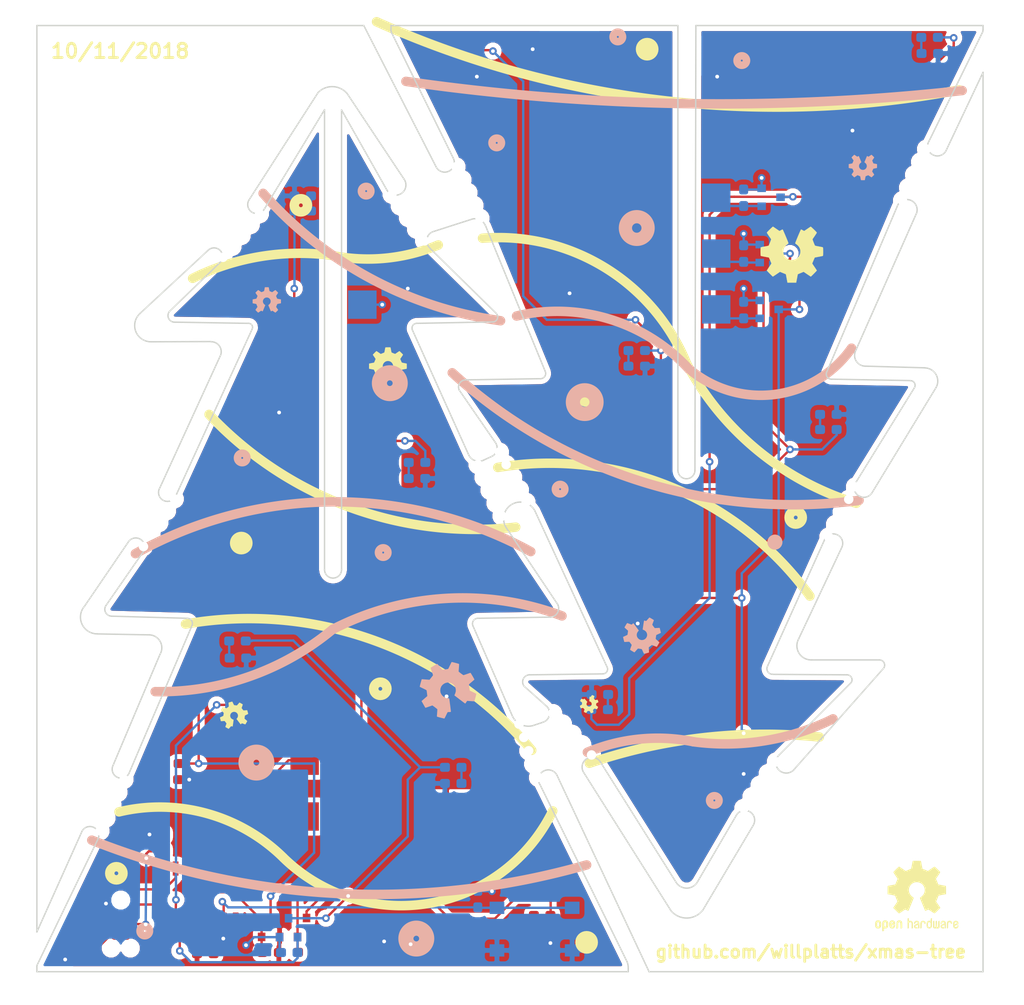
<source format=kicad_pcb>
(kicad_pcb (version 20171130) (host pcbnew "(5.0.1-3-g963ef8bb5)")
  (title_block (title "Xmas Tree") (date 2018-11-10) (rev 1.0))
  (layers (0 F.Cu signal) (31 B.Cu signal) (34 B.Paste user) (35 F.Paste user) (36 B.SilkS user) (37 F.SilkS user) (38 B.Mask user) (39 F.Mask user) (44 Edge.Cuts user))
  (net 0 "")
  (net 1 GND)
  (net 2 +BATT)
  (net 3 "Net-(C1-Pad1)")
  (net 4 "Net-(J1-Pad2)")
  (net 5 "Net-(J1-Pad4)")
  (net 6 "Net-(J1-Pad6)")
  (net 7 "Net-(Q1-Pad3)")
  (net 8 /LED_GRN1)
  (net 9 "Net-(Q2-Pad3)")
  (net 10 /LED_GRN2)
  (net 11 /LED_RED1)
  (net 12 "Net-(Q3-Pad3)")
  (net 13 "Net-(Q4-Pad3)")
  (net 14 /LED_RED2)
  (net 15 /LED_YEL1)
  (net 16 "Net-(Q5-Pad3)")
  (net 17 /LED_YEL2)
  (net 18 "Net-(Q6-Pad3)")
  (net 19 "Net-(R25-Pad1)")
  (net 20 "Net-(U1-Pad5)")
  (net 21 "Net-(U1-Pad14)")
  (net 22 "Net-(DG1-Pad1)")
  (net 23 "Net-(DG2-Pad1)")
  (net 24 "Net-(DG3-Pad1)")
  (net 25 "Net-(DG4-Pad1)")
  (net 26 "Net-(DG5-Pad1)")
  (net 27 "Net-(DR1-Pad1)")
  (net 28 "Net-(DR2-Pad1)")
  (net 29 "Net-(DR3-Pad1)")
  (net 30 "Net-(DR4-Pad1)")
  (net 31 "Net-(DR5-Pad1)")
  (net 32 "Net-(DY1-Pad1)")
  (net 33 "Net-(DY2-Pad1)")
  (net 34 "Net-(DY3-Pad1)")
  (net 35 "Net-(DY4-Pad1)")
  (net 36 "Net-(DY5-Pad1)")
  (net 37 "Net-(DY6-Pad1)")
  (net 38 "Net-(TP6-Pad1)")
  (net 39 "Net-(TP7-Pad1)")
  (net 40 "Net-(TP10-Pad1)")
  (net 41 /BATT2)
  (net 42 /GND2)
  (module OSHW_logo:OSHW_logo_silkscreen-front_3mm (layer B.Cu) (at 124.3 79 180)
    (fp_text reference G*** hide)
    (fp_text value OSHW_logo_silkscreen-front_3mm hide)
  )
  (module xmas_tree_v0:Tag-Connect_TC2030-IDC-NL_2x03_P1.27mm_Vertical_nosilk (layer F.Cu) (at 108.865 144.97 270)
    (fp_text reference J1 hide)
    (fp_text value Conn_02x03_Odd_Even)
    (pad 6 connect circle (at 1.27 -0.635 270) (size 0.7874 0.7874) (layers F.Cu F.Mask) (net 6 "Net-(J1-Pad6)"))
    (pad 5 connect circle (at 1.27 0.635 270) (size 0.7874 0.7874) (layers F.Cu F.Mask) (net 1 GND))
    (pad 4 connect circle (at 0 -0.635 270) (size 0.7874 0.7874) (layers F.Cu F.Mask) (net 5 "Net-(J1-Pad4)"))
    (pad 3 connect circle (at 0 0.635 270) (size 0.7874 0.7874) (layers F.Cu F.Mask) (net 3 "Net-(C1-Pad1)"))
    (pad 2 connect circle (at -1.27 -0.635 270) (size 0.7874 0.7874) (layers F.Cu F.Mask) (net 4 "Net-(J1-Pad2)"))
    (pad 1 connect circle (at -1.27 0.635 270) (size 0.7874 0.7874) (layers F.Cu F.Mask) (net 2 +BATT))
    (pad "" np_thru_hole circle (at -2.54 0 270) (size 0.9906 0.9906) (drill 0.9906) (layers *.Cu *.Mask))
    (pad "" np_thru_hole circle (at 2.54 1.016 270) (size 0.9906 0.9906) (drill 0.9906) (layers *.Cu *.Mask))
    (pad "" np_thru_hole circle (at 2.54 -1.016 270) (size 0.9906 0.9906) (drill 0.9906) (layers *.Cu *.Mask))
  )
  (module xmas_tree_v0:C_0603_1608Metric_Pad1.05x0.95mm_HandSolder_nosilk (layer F.Cu) (at 117.8 146.5 180)
    (fp_text reference C2 hide)
    (fp_text value 100n)
    (pad 2 smd roundrect (at 0.875 0 180) (size 1.05 0.95) (layers F.Cu F.Paste F.Mask) (net 1 GND))
    (pad 1 smd roundrect (at -0.875 0 180) (size 1.05 0.95) (layers F.Cu F.Paste F.Mask) (net 2 +BATT))
  )
  (module xmas_tree_v0:C_0603_1608Metric_Pad1.05x0.95mm_HandSolder_nosilk (layer F.Cu) (at 104 144.042228 64)
    (fp_text reference C1 hide)
    (fp_text value 100n)
    (pad 2 smd roundrect (at 0.875 0 64) (size 1.05 0.95) (layers F.Cu F.Paste F.Mask) (net 1 GND))
    (pad 1 smd roundrect (at -0.875 0 64) (size 1.05 0.95) (layers F.Cu F.Paste F.Mask) (net 3 "Net-(C1-Pad1)"))
  )
  (module xmas_tree_v0:SW_SPST_B3S-1000_nosilk (layer B.Cu) (at 152.6 145.5)
    (fp_text reference SW1 hide)
    (fp_text value SW_Push hide)
    (pad 2 smd rect (at 3.975 -2.25) (size 1.55 1.3) (layers B.Cu B.Paste B.Mask) (net 19 "Net-(R25-Pad1)"))
    (pad 2 smd rect (at -3.975 -2.25) (size 1.55 1.3) (layers B.Cu B.Paste B.Mask) (net 19 "Net-(R25-Pad1)"))
    (pad 1 smd rect (at 3.975 2.25) (size 1.55 1.3) (layers B.Cu B.Paste B.Mask) (net 2 +BATT))
    (pad 1 smd rect (at -3.975 2.25) (size 1.55 1.3) (layers B.Cu B.Paste B.Mask) (net 2 +BATT))
  )
  (module xmas_tree_v0:SOT-23_nosilk (layer B.Cu) (at 177.4 80)
    (fp_text reference Q6 hide)
    (fp_text value 2N7002)
    (pad 3 smd rect (at 1 0) (size 0.9 0.8) (layers B.Cu B.Paste B.Mask) (net 18 "Net-(Q6-Pad3)"))
    (pad 2 smd rect (at -1 -0.95) (size 0.9 0.8) (layers B.Cu B.Paste B.Mask) (net 42 /GND2))
    (pad 1 smd rect (at -1 0.95) (size 0.9 0.8) (layers B.Cu B.Paste B.Mask) (net 17 /LED_YEL2))
  )
  (module xmas_tree_v0:SOT-23_nosilk (layer F.Cu) (at 128.5 145.325 90)
    (fp_text reference Q3 hide)
    (fp_text value 2N7002)
    (pad 3 smd rect (at 1 0 90) (size 0.9 0.8) (layers F.Cu F.Paste F.Mask) (net 12 "Net-(Q3-Pad3)"))
    (pad 2 smd rect (at -1 0.95 90) (size 0.9 0.8) (layers F.Cu F.Paste F.Mask) (net 1 GND))
    (pad 1 smd rect (at -1 -0.95 90) (size 0.9 0.8) (layers F.Cu F.Paste F.Mask) (net 11 /LED_RED1))
  )
  (module xmas_tree_v0:SOT-23_nosilk (layer F.Cu) (at 124.7 145.325 90)
    (fp_text reference Q2 hide)
    (fp_text value 2N7002)
    (pad 3 smd rect (at 1 0 90) (size 0.9 0.8) (layers F.Cu F.Paste F.Mask) (net 9 "Net-(Q2-Pad3)"))
    (pad 2 smd rect (at -1 0.95 90) (size 0.9 0.8) (layers F.Cu F.Paste F.Mask) (net 1 GND))
    (pad 1 smd rect (at -1 -0.95 90) (size 0.9 0.8) (layers F.Cu F.Paste F.Mask) (net 10 /LED_GRN2))
  )
  (module xmas_tree_v0:SOT-23_nosilk (layer B.Cu) (at 177.6 68.15)
    (fp_text reference Q4 hide)
    (fp_text value 2N7002)
    (pad 3 smd rect (at 1 0) (size 0.9 0.8) (layers B.Cu B.Paste B.Mask) (net 13 "Net-(Q4-Pad3)"))
    (pad 2 smd rect (at -1 -0.95) (size 0.9 0.8) (layers B.Cu B.Paste B.Mask) (net 42 /GND2))
    (pad 1 smd rect (at -1 0.95) (size 0.9 0.8) (layers B.Cu B.Paste B.Mask) (net 14 /LED_RED2))
  )
  (module xmas_tree_v0:SOT-23_nosilk (layer B.Cu) (at 126.6 145.35 90)
    (fp_text reference Q5 hide)
    (fp_text value 2N7002)
    (pad 3 smd rect (at 1 0 90) (size 0.9 0.8) (layers B.Cu B.Paste B.Mask) (net 16 "Net-(Q5-Pad3)"))
    (pad 2 smd rect (at -1 -0.95 90) (size 0.9 0.8) (layers B.Cu B.Paste B.Mask) (net 1 GND))
    (pad 1 smd rect (at -1 0.95 90) (size 0.9 0.8) (layers B.Cu B.Paste B.Mask) (net 15 /LED_YEL1))
  )
  (module xmas_tree_v0:SOT-23_nosilk (layer B.Cu) (at 177.4 74.1)
    (fp_text reference Q1 hide)
    (fp_text value 2N7002)
    (pad 3 smd rect (at 1 0) (size 0.9 0.8) (layers B.Cu B.Paste B.Mask) (net 7 "Net-(Q1-Pad3)"))
    (pad 2 smd rect (at -1 -0.95) (size 0.9 0.8) (layers B.Cu B.Paste B.Mask) (net 42 /GND2))
    (pad 1 smd rect (at -1 0.95) (size 0.9 0.8) (layers B.Cu B.Paste B.Mask) (net 8 /LED_GRN1))
  )
  (module xmas_tree_v0:SOIC-14_3.9x8.7mm_P1.27mm_nosilk (layer F.Cu) (at 117.2 141.8 270)
    (fp_text reference U1 hide)
    (fp_text value ATSAMD09C hide)
    (pad 14 smd rect (at 2.7 -3.81 270) (size 1.5 0.6) (layers F.Cu F.Paste F.Mask) (net 21 "Net-(U1-Pad14)"))
    (pad 13 smd rect (at 2.7 -2.54 270) (size 1.5 0.6) (layers F.Cu F.Paste F.Mask) (net 19 "Net-(R25-Pad1)"))
    (pad 12 smd rect (at 2.7 -1.27 270) (size 1.5 0.6) (layers F.Cu F.Paste F.Mask) (net 2 +BATT))
    (pad 11 smd rect (at 2.7 0 270) (size 1.5 0.6) (layers F.Cu F.Paste F.Mask) (net 1 GND))
    (pad 10 smd rect (at 2.7 1.27 270) (size 1.5 0.6) (layers F.Cu F.Paste F.Mask) (net 15 /LED_YEL1))
    (pad 9 smd rect (at 2.7 2.54 270) (size 1.5 0.6) (layers F.Cu F.Paste F.Mask) (net 39 "Net-(TP7-Pad1)"))
    (pad 8 smd rect (at 2.7 3.81 270) (size 1.5 0.6) (layers F.Cu F.Paste F.Mask) (net 4 "Net-(J1-Pad2)"))
    (pad 7 smd rect (at -2.7 3.81 270) (size 1.5 0.6) (layers F.Cu F.Paste F.Mask) (net 5 "Net-(J1-Pad4)"))
    (pad 6 smd rect (at -2.7 2.54 270) (size 1.5 0.6) (layers F.Cu F.Paste F.Mask) (net 3 "Net-(C1-Pad1)"))
    (pad 5 smd rect (at -2.7 1.27 270) (size 1.5 0.6) (layers F.Cu F.Paste F.Mask) (net 20 "Net-(U1-Pad5)"))
    (pad 4 smd rect (at -2.7 0 270) (size 1.5 0.6) (layers F.Cu F.Paste F.Mask) (net 10 /LED_GRN2))
    (pad 3 smd rect (at -2.7 -1.27 270) (size 1.5 0.6) (layers F.Cu F.Paste F.Mask) (net 40 "Net-(TP10-Pad1)"))
    (pad 2 smd rect (at -2.7 -2.54 270) (size 1.5 0.6) (layers F.Cu F.Paste F.Mask) (net 38 "Net-(TP6-Pad1)"))
    (pad 1 smd rect (at -2.7 -3.81 270) (size 1.5 0.6) (layers F.Cu F.Paste F.Mask) (net 11 /LED_RED1))
  )
  (module xmas_tree_v0:R_0603_1608Metric_Pad1.05x0.95mm_HandSolder_nosilk (layer B.Cu) (at 174.7 68.2 90)
    (fp_text reference R14 hide)
    (fp_text value 10k)
    (pad 2 smd roundrect (at 0.875 0 90) (size 1.05 0.95) (layers B.Cu B.Paste B.Mask) (net 42 /GND2))
    (pad 1 smd roundrect (at -0.875 0 90) (size 1.05 0.95) (layers B.Cu B.Paste B.Mask) (net 14 /LED_RED2))
  )
  (module xmas_tree_v0:R_0603_1608Metric_Pad1.05x0.95mm_HandSolder_nosilk (layer F.Cu) (at 162.65 110.5)
    (fp_text reference R21 hide)
    (fp_text value 100R)
    (pad 2 smd roundrect (at 0.875 0) (size 1.05 0.95) (layers F.Cu F.Paste F.Mask) (net 18 "Net-(Q6-Pad3)"))
    (pad 1 smd roundrect (at -0.875 0) (size 1.05 0.95) (layers F.Cu F.Paste F.Mask) (net 35 "Net-(DY4-Pad1)"))
  )
  (module xmas_tree_v0:R_0603_1608Metric_Pad1.05x0.95mm_HandSolder_nosilk (layer F.Cu) (at 153.4 144.05)
    (fp_text reference R19 hide)
    (fp_text value 100R)
    (pad 2 smd roundrect (at 0.875 0) (size 1.05 0.95) (layers F.Cu F.Paste F.Mask) (net 16 "Net-(Q5-Pad3)"))
    (pad 1 smd roundrect (at -0.875 0) (size 1.05 0.95) (layers F.Cu F.Paste F.Mask) (net 33 "Net-(DY2-Pad1)"))
  )
  (module xmas_tree_v0:R_0603_1608Metric_Pad1.05x0.95mm_HandSolder_nosilk (layer F.Cu) (at 185.375 63.8)
    (fp_text reference R15 hide)
    (fp_text value 100R)
    (pad 2 smd roundrect (at 0.875 0) (size 1.05 0.95) (layers F.Cu F.Paste F.Mask) (net 13 "Net-(Q4-Pad3)"))
    (pad 1 smd roundrect (at -0.875 0) (size 1.05 0.95) (layers F.Cu F.Paste F.Mask) (net 30 "Net-(DR4-Pad1)"))
  )
  (module xmas_tree_v0:R_0603_1608Metric_Pad1.05x0.95mm_HandSolder_nosilk (layer B.Cu) (at 159.475 122.3 180)
    (fp_text reference R16 hide)
    (fp_text value 100R)
    (pad 2 smd roundrect (at 0.875 0 180) (size 1.05 0.95) (layers B.Cu B.Paste B.Mask) (net 13 "Net-(Q4-Pad3)"))
    (pad 1 smd roundrect (at -0.875 0 180) (size 1.05 0.95) (layers B.Cu B.Paste B.Mask) (net 31 "Net-(DR5-Pad1)"))
  )
  (module xmas_tree_v0:R_0603_1608Metric_Pad1.05x0.95mm_HandSolder_nosilk (layer B.Cu) (at 183.65 92.7)
    (fp_text reference R2 hide)
    (fp_text value 100R)
    (pad 2 smd roundrect (at 0.875 0) (size 1.05 0.95) (layers B.Cu B.Paste B.Mask) (net 7 "Net-(Q1-Pad3)"))
    (pad 1 smd roundrect (at -0.875 0) (size 1.05 0.95) (layers B.Cu B.Paste B.Mask) (net 22 "Net-(DG1-Pad1)"))
  )
  (module xmas_tree_v0:R_0603_1608Metric_Pad1.05x0.95mm_HandSolder_nosilk (layer F.Cu) (at 173.85 126.35)
    (fp_text reference R23 hide)
    (fp_text value 100R)
    (pad 2 smd roundrect (at 0.875 0) (size 1.05 0.95) (layers F.Cu F.Paste F.Mask) (net 18 "Net-(Q6-Pad3)"))
    (pad 1 smd roundrect (at -0.875 0) (size 1.05 0.95) (layers F.Cu F.Paste F.Mask) (net 36 "Net-(DY5-Pad1)"))
  )
  (module xmas_tree_v0:R_0603_1608Metric_Pad1.05x0.95mm_HandSolder_nosilk (layer B.Cu) (at 146.6 142.325 90)
    (fp_text reference R25 hide)
    (fp_text value 10k)
    (pad 2 smd roundrect (at 0.875 0 90) (size 1.05 0.95) (layers B.Cu B.Paste B.Mask) (net 1 GND))
    (pad 1 smd roundrect (at -0.875 0 90) (size 1.05 0.95) (layers B.Cu B.Paste B.Mask) (net 19 "Net-(R25-Pad1)"))
  )
  (module xmas_tree_v0:R_0603_1608Metric_Pad1.05x0.95mm_HandSolder_nosilk (layer B.Cu) (at 128.1 69.6 180)
    (fp_text reference R7 hide)
    (fp_text value 100R)
    (pad 2 smd roundrect (at 0.875 0 180) (size 1.05 0.95) (layers B.Cu B.Paste B.Mask) (net 9 "Net-(Q2-Pad3)"))
    (pad 1 smd roundrect (at -0.875 0 180) (size 1.05 0.95) (layers B.Cu B.Paste B.Mask) (net 26 "Net-(DG5-Pad1)"))
  )
  (module xmas_tree_v0:R_0603_1608Metric_Pad1.05x0.95mm_HandSolder_nosilk (layer F.Cu) (at 123.5 92.5)
    (fp_text reference R9 hide)
    (fp_text value 100R)
    (pad 2 smd roundrect (at 0.875 0) (size 1.05 0.95) (layers F.Cu F.Paste F.Mask) (net 12 "Net-(Q3-Pad3)"))
    (pad 1 smd roundrect (at -0.875 0) (size 1.05 0.95) (layers F.Cu F.Paste F.Mask) (net 27 "Net-(DR1-Pad1)"))
  )
  (module xmas_tree_v0:R_0603_1608Metric_Pad1.05x0.95mm_HandSolder_nosilk (layer F.Cu) (at 141.475 79.5 180)
    (fp_text reference R10 hide)
    (fp_text value 100R)
    (pad 2 smd roundrect (at 0.875 0 180) (size 1.05 0.95) (layers F.Cu F.Paste F.Mask) (net 12 "Net-(Q3-Pad3)"))
    (pad 1 smd roundrect (at -0.875 0 180) (size 1.05 0.95) (layers F.Cu F.Paste F.Mask) (net 28 "Net-(DR2-Pad1)"))
  )
  (module xmas_tree_v0:R_0603_1608Metric_Pad1.05x0.95mm_HandSolder_nosilk (layer B.Cu) (at 140.175 96.175)
    (fp_text reference R13 hide)
    (fp_text value 100R)
    (pad 2 smd roundrect (at 0.875 0) (size 1.05 0.95) (layers B.Cu B.Paste B.Mask) (net 12 "Net-(Q3-Pad3)"))
    (pad 1 smd roundrect (at -0.875 0) (size 1.05 0.95) (layers B.Cu B.Paste B.Mask) (net 29 "Net-(DR3-Pad1)"))
  )
  (module xmas_tree_v0:R_0603_1608Metric_Pad1.05x0.95mm_HandSolder_nosilk (layer B.Cu) (at 121.2 115.05)
    (fp_text reference R17 hide)
    (fp_text value 100R)
    (pad 2 smd roundrect (at 0.875 0) (size 1.05 0.95) (layers B.Cu B.Paste B.Mask) (net 16 "Net-(Q5-Pad3)"))
    (pad 1 smd roundrect (at -0.875 0) (size 1.05 0.95) (layers B.Cu B.Paste B.Mask) (net 32 "Net-(DY1-Pad1)"))
  )
  (module xmas_tree_v0:R_0603_1608Metric_Pad1.05x0.95mm_HandSolder_nosilk (layer B.Cu) (at 163.4 84.35)
    (fp_text reference R4 hide)
    (fp_text value 100R)
    (pad 2 smd roundrect (at 0.875 0) (size 1.05 0.95) (layers B.Cu B.Paste B.Mask) (net 7 "Net-(Q1-Pad3)"))
    (pad 1 smd roundrect (at -0.875 0) (size 1.05 0.95) (layers B.Cu B.Paste B.Mask) (net 24 "Net-(DG3-Pad1)"))
  )
  (module xmas_tree_v0:R_0603_1608Metric_Pad1.05x0.95mm_HandSolder_nosilk (layer B.Cu) (at 144 128.4 180)
    (fp_text reference R20 hide)
    (fp_text value 100R)
    (pad 2 smd roundrect (at 0.875 0 180) (size 1.05 0.95) (layers B.Cu B.Paste B.Mask) (net 16 "Net-(Q5-Pad3)"))
    (pad 1 smd roundrect (at -0.875 0 180) (size 1.05 0.95) (layers B.Cu B.Paste B.Mask) (net 34 "Net-(DY3-Pad1)"))
  )
  (module xmas_tree_v0:R_0603_1608Metric_Pad1.05x0.95mm_HandSolder_nosilk (layer F.Cu) (at 102.3 147.5 64)
    (fp_text reference R12 hide)
    (fp_text value 10k)
    (pad 2 smd roundrect (at 0.875 0 64) (size 1.05 0.95) (layers F.Cu F.Paste F.Mask) (net 3 "Net-(C1-Pad1)"))
    (pad 1 smd roundrect (at -0.875 0 64) (size 1.05 0.95) (layers F.Cu F.Paste F.Mask) (net 2 +BATT))
  )
  (module xmas_tree_v0:R_0603_1608Metric_Pad1.05x0.95mm_HandSolder_nosilk (layer B.Cu) (at 174.7 74.1 90)
    (fp_text reference R1 hide)
    (fp_text value 10k)
    (pad 2 smd roundrect (at 0.875 0 90) (size 1.05 0.95) (layers B.Cu B.Paste B.Mask) (net 42 /GND2))
    (pad 1 smd roundrect (at -0.875 0 90) (size 1.05 0.95) (layers B.Cu B.Paste B.Mask) (net 8 /LED_GRN1))
  )
  (module xmas_tree_v0:R_0603_1608Metric_Pad1.05x0.95mm_HandSolder_nosilk (layer F.Cu) (at 145.65 52.6)
    (fp_text reference R3 hide)
    (fp_text value 100R)
    (pad 2 smd roundrect (at 0.875 0) (size 1.05 0.95) (layers F.Cu F.Paste F.Mask) (net 7 "Net-(Q1-Pad3)"))
    (pad 1 smd roundrect (at -0.875 0) (size 1.05 0.95) (layers F.Cu F.Paste F.Mask) (net 23 "Net-(DG2-Pad1)"))
  )
  (module xmas_tree_v0:R_0603_1608Metric_Pad1.05x0.95mm_HandSolder_nosilk (layer F.Cu) (at 124.7 147.975)
    (fp_text reference R5 hide)
    (fp_text value 10k)
    (pad 2 smd roundrect (at 0.875 0) (size 1.05 0.95) (layers F.Cu F.Paste F.Mask) (net 1 GND))
    (pad 1 smd roundrect (at -0.875 0) (size 1.05 0.95) (layers F.Cu F.Paste F.Mask) (net 10 /LED_GRN2))
  )
  (module xmas_tree_v0:R_0603_1608Metric_Pad1.05x0.95mm_HandSolder_nosilk (layer F.Cu) (at 114.1 128)
    (fp_text reference R6 hide)
    (fp_text value 100R)
    (pad 2 smd roundrect (at 0.875 0) (size 1.05 0.95) (layers F.Cu F.Paste F.Mask) (net 9 "Net-(Q2-Pad3)"))
    (pad 1 smd roundrect (at -0.875 0) (size 1.05 0.95) (layers F.Cu F.Paste F.Mask) (net 25 "Net-(DG4-Pad1)"))
  )
  (module xmas_tree_v0:R_0603_1608Metric_Pad1.05x0.95mm_HandSolder_nosilk (layer F.Cu) (at 128.475 147.95)
    (fp_text reference R8 hide)
    (fp_text value 10k)
    (pad 2 smd roundrect (at 0.875 0) (size 1.05 0.95) (layers F.Cu F.Paste F.Mask) (net 1 GND))
    (pad 1 smd roundrect (at -0.875 0) (size 1.05 0.95) (layers F.Cu F.Paste F.Mask) (net 11 /LED_RED1))
  )
  (module xmas_tree_v0:R_0603_1608Metric_Pad1.05x0.95mm_HandSolder_nosilk (layer F.Cu) (at 113.4 136.4 270)
    (fp_text reference R11 hide)
    (fp_text value 1k)
    (pad 2 smd roundrect (at 0.875 0 270) (size 1.05 0.95) (layers F.Cu F.Paste F.Mask) (net 5 "Net-(J1-Pad4)"))
    (pad 1 smd roundrect (at -0.875 0 270) (size 1.05 0.95) (layers F.Cu F.Paste F.Mask) (net 2 +BATT))
  )
  (module xmas_tree_v0:R_0603_1608Metric_Pad1.05x0.95mm_HandSolder_nosilk (layer B.Cu) (at 126.675 147.975 180)
    (fp_text reference R18 hide)
    (fp_text value 10k)
    (pad 2 smd roundrect (at 0.875 0 180) (size 1.05 0.95) (layers B.Cu B.Paste B.Mask) (net 1 GND))
    (pad 1 smd roundrect (at -0.875 0 180) (size 1.05 0.95) (layers B.Cu B.Paste B.Mask) (net 15 /LED_YEL1))
  )
  (module xmas_tree_v0:R_0603_1608Metric_Pad1.05x0.95mm_HandSolder_nosilk (layer B.Cu) (at 174.7 80.075 90)
    (fp_text reference R22 hide)
    (fp_text value 10k)
    (pad 2 smd roundrect (at 0.875 0 90) (size 1.05 0.95) (layers B.Cu B.Paste B.Mask) (net 42 /GND2))
    (pad 1 smd roundrect (at -0.875 0 90) (size 1.05 0.95) (layers B.Cu B.Paste B.Mask) (net 17 /LED_YEL2))
  )
  (module xmas_tree_v0:R_0603_1608Metric_Pad1.05x0.95mm_HandSolder_nosilk (layer B.Cu) (at 194.35 51.25)
    (fp_text reference R24 hide)
    (fp_text value 100R)
    (pad 2 smd roundrect (at 0.875 0) (size 1.05 0.95) (layers B.Cu B.Paste B.Mask) (net 18 "Net-(Q6-Pad3)"))
    (pad 1 smd roundrect (at -0.875 0) (size 1.05 0.95) (layers B.Cu B.Paste B.Mask) (net 37 "Net-(DY6-Pad1)"))
  )
  (module xmas_tree_v0:LED_0603_1608Metric_Pad1.05x0.95mm_HandSolder_nosilk (layer F.Cu) (at 123.525 90.85)
    (fp_text reference DR1 hide)
    (fp_text value LED)
    (pad 2 smd roundrect (at 0.875 0) (size 1.05 0.95) (layers F.Cu F.Paste F.Mask) (net 2 +BATT))
    (pad 1 smd roundrect (at -0.875 0) (size 1.05 0.95) (layers F.Cu F.Paste F.Mask) (net 27 "Net-(DR1-Pad1)"))
  )
  (module xmas_tree_v0:LED_0603_1608Metric_Pad1.05x0.95mm_HandSolder_nosilk (layer B.Cu) (at 144 130.1 180)
    (fp_text reference DY3 hide)
    (fp_text value LED)
    (pad 2 smd roundrect (at 0.875 0 180) (size 1.05 0.95) (layers B.Cu B.Paste B.Mask) (net 2 +BATT))
    (pad 1 smd roundrect (at -0.875 0 180) (size 1.05 0.95) (layers B.Cu B.Paste B.Mask) (net 34 "Net-(DY3-Pad1)"))
  )
  (module xmas_tree_v0:LED_0603_1608Metric_Pad1.05x0.95mm_HandSolder_nosilk (layer F.Cu) (at 162.65 112.15)
    (fp_text reference DY4 hide)
    (fp_text value LED)
    (pad 2 smd roundrect (at 0.875 0) (size 1.05 0.95) (layers F.Cu F.Paste F.Mask) (net 41 /BATT2))
    (pad 1 smd roundrect (at -0.875 0) (size 1.05 0.95) (layers F.Cu F.Paste F.Mask) (net 35 "Net-(DY4-Pad1)"))
  )
  (module xmas_tree_v0:LED_0603_1608Metric_Pad1.05x0.95mm_HandSolder_nosilk (layer F.Cu) (at 173.8 128)
    (fp_text reference DY5 hide)
    (fp_text value LED)
    (pad 2 smd roundrect (at 0.875 0) (size 1.05 0.95) (layers F.Cu F.Paste F.Mask) (net 41 /BATT2))
    (pad 1 smd roundrect (at -0.875 0) (size 1.05 0.95) (layers F.Cu F.Paste F.Mask) (net 36 "Net-(DY5-Pad1)"))
  )
  (module xmas_tree_v0:LED_0603_1608Metric_Pad1.05x0.95mm_HandSolder_nosilk (layer F.Cu) (at 185.35 62.15)
    (fp_text reference DR4 hide)
    (fp_text value LED)
    (pad 2 smd roundrect (at 0.875 0) (size 1.05 0.95) (layers F.Cu F.Paste F.Mask) (net 41 /BATT2))
    (pad 1 smd roundrect (at -0.875 0) (size 1.05 0.95) (layers F.Cu F.Paste F.Mask) (net 30 "Net-(DR4-Pad1)"))
  )
  (module xmas_tree_v0:LED_0603_1608Metric_Pad1.05x0.95mm_HandSolder_nosilk (layer B.Cu) (at 159.5 120.7 180)
    (fp_text reference DR5 hide)
    (fp_text value LED)
    (pad 2 smd roundrect (at 0.875 0 180) (size 1.05 0.95) (layers B.Cu B.Paste B.Mask) (net 41 /BATT2))
    (pad 1 smd roundrect (at -0.875 0 180) (size 1.05 0.95) (layers B.Cu B.Paste B.Mask) (net 31 "Net-(DR5-Pad1)"))
  )
  (module xmas_tree_v0:LED_0603_1608Metric_Pad1.05x0.95mm_HandSolder_nosilk (layer B.Cu) (at 163.4 86)
    (fp_text reference DG3 hide)
    (fp_text value LED)
    (pad 2 smd roundrect (at 0.875 0) (size 1.05 0.95) (layers B.Cu B.Paste B.Mask) (net 41 /BATT2))
    (pad 1 smd roundrect (at -0.875 0) (size 1.05 0.95) (layers B.Cu B.Paste B.Mask) (net 24 "Net-(DG3-Pad1)"))
  )
  (module xmas_tree_v0:LED_0603_1608Metric_Pad1.05x0.95mm_HandSolder_nosilk (layer B.Cu) (at 121.25 116.85)
    (fp_text reference DY1 hide)
    (fp_text value LED)
    (pad 2 smd roundrect (at 0.875 0) (size 1.05 0.95) (layers B.Cu B.Paste B.Mask) (net 2 +BATT))
    (pad 1 smd roundrect (at -0.875 0) (size 1.05 0.95) (layers B.Cu B.Paste B.Mask) (net 32 "Net-(DY1-Pad1)"))
  )
  (module xmas_tree_v0:LED_0603_1608Metric_Pad1.05x0.95mm_HandSolder_nosilk (layer B.Cu) (at 140.175 97.875)
    (fp_text reference DR3 hide)
    (fp_text value LED)
    (pad 2 smd roundrect (at 0.875 0) (size 1.05 0.95) (layers B.Cu B.Paste B.Mask) (net 2 +BATT))
    (pad 1 smd roundrect (at -0.875 0) (size 1.05 0.95) (layers B.Cu B.Paste B.Mask) (net 29 "Net-(DR3-Pad1)"))
  )
  (module xmas_tree_v0:LED_0603_1608Metric_Pad1.05x0.95mm_HandSolder_nosilk (layer F.Cu) (at 141.475 77.8 180)
    (fp_text reference DR2 hide)
    (fp_text value LED)
    (pad 2 smd roundrect (at 0.875 0 180) (size 1.05 0.95) (layers F.Cu F.Paste F.Mask) (net 2 +BATT))
    (pad 1 smd roundrect (at -0.875 0 180) (size 1.05 0.95) (layers F.Cu F.Paste F.Mask) (net 28 "Net-(DR2-Pad1)"))
  )
  (module xmas_tree_v0:LED_0603_1608Metric_Pad1.05x0.95mm_HandSolder_nosilk (layer F.Cu) (at 117.8 148.1 180)
    (fp_text reference C3 hide)
    (fp_text value 4.7u)
    (pad 2 smd roundrect (at 0.875 0 180) (size 1.05 0.95) (layers F.Cu F.Paste F.Mask) (net 1 GND))
    (pad 1 smd roundrect (at -0.875 0 180) (size 1.05 0.95) (layers F.Cu F.Paste F.Mask) (net 2 +BATT))
  )
  (module xmas_tree_v0:LED_0603_1608Metric_Pad1.05x0.95mm_HandSolder_nosilk (layer B.Cu) (at 128.1 68 180)
    (fp_text reference DG5 hide)
    (fp_text value LED)
    (pad 2 smd roundrect (at 0.875 0 180) (size 1.05 0.95) (layers B.Cu B.Paste B.Mask) (net 2 +BATT))
    (pad 1 smd roundrect (at -0.875 0 180) (size 1.05 0.95) (layers B.Cu B.Paste B.Mask) (net 26 "Net-(DG5-Pad1)"))
  )
  (module xmas_tree_v0:LED_0603_1608Metric_Pad1.05x0.95mm_HandSolder_nosilk (layer B.Cu) (at 183.65 91.1)
    (fp_text reference DG1 hide)
    (fp_text value LED)
    (pad 2 smd roundrect (at 0.875 0) (size 1.05 0.95) (layers B.Cu B.Paste B.Mask) (net 41 /BATT2))
    (pad 1 smd roundrect (at -0.875 0) (size 1.05 0.95) (layers B.Cu B.Paste B.Mask) (net 22 "Net-(DG1-Pad1)"))
  )
  (module xmas_tree_v0:LED_0603_1608Metric_Pad1.05x0.95mm_HandSolder_nosilk (layer F.Cu) (at 145.65 54.25)
    (fp_text reference DG2 hide)
    (fp_text value LED)
    (pad 2 smd roundrect (at 0.875 0) (size 1.05 0.95) (layers F.Cu F.Paste F.Mask) (net 41 /BATT2))
    (pad 1 smd roundrect (at -0.875 0) (size 1.05 0.95) (layers F.Cu F.Paste F.Mask) (net 23 "Net-(DG2-Pad1)"))
  )
  (module xmas_tree_v0:LED_0603_1608Metric_Pad1.05x0.95mm_HandSolder_nosilk (layer F.Cu) (at 114.05 129.7)
    (fp_text reference DG4 hide)
    (fp_text value LED)
    (pad 2 smd roundrect (at 0.875 0) (size 1.05 0.95) (layers F.Cu F.Paste F.Mask) (net 2 +BATT))
    (pad 1 smd roundrect (at -0.875 0) (size 1.05 0.95) (layers F.Cu F.Paste F.Mask) (net 25 "Net-(DG4-Pad1)"))
  )
  (module xmas_tree_v0:LED_0603_1608Metric_Pad1.05x0.95mm_HandSolder_nosilk (layer F.Cu) (at 153.4 145.8)
    (fp_text reference DY2 hide)
    (fp_text value LED)
    (pad 2 smd roundrect (at 0.875 0) (size 1.05 0.95) (layers F.Cu F.Paste F.Mask) (net 2 +BATT))
    (pad 1 smd roundrect (at -0.875 0) (size 1.05 0.95) (layers F.Cu F.Paste F.Mask) (net 33 "Net-(DY2-Pad1)"))
  )
  (module xmas_tree_v0:LED_0603_1608Metric_Pad1.05x0.95mm_HandSolder_nosilk (layer B.Cu) (at 194.375 52.95)
    (fp_text reference DY6 hide)
    (fp_text value LED)
    (pad 2 smd roundrect (at 0.875 0) (size 1.05 0.95) (layers B.Cu B.Paste B.Mask) (net 41 /BATT2))
    (pad 1 smd roundrect (at -0.875 0) (size 1.05 0.95) (layers B.Cu B.Paste B.Mask) (net 37 "Net-(DY6-Pad1)"))
  )
  (module xmas_tree_v0:TestPoint_Pad_3.0x3.0mm_nosilk (layer F.Cu) (at 134.4 146.8)
    (fp_text reference TP1 hide)
    (fp_text value TestPoint_Flag)
    (pad 1 smd rect (at 0 0) (size 3 3) (layers F.Cu F.Mask) (net 2 +BATT))
  )
  (module xmas_tree_v0:TestPoint_Pad_3.0x3.0mm_nosilk (layer B.Cu) (at 134.4 79.5)
    (fp_text reference TP2 hide)
    (fp_text value TestPoint_Flag)
    (pad 1 smd rect (at 0 0) (size 3 3) (layers B.Cu B.Mask) (net 1 GND))
  )
  (module xmas_tree_v0:TestPoint_Pad_3.0x3.0mm_nosilk (layer F.Cu) (at 171.9 53.2)
    (fp_text reference TP3 hide)
    (fp_text value TestPoint_Flag)
    (pad 1 smd rect (at 0 0) (size 3 3) (layers F.Cu F.Mask) (net 41 /BATT2))
  )
  (module xmas_tree_v0:TestPoint_Pad_3.0x3.0mm_nosilk (layer F.Cu) (at 166.1 120.5)
    (fp_text reference TP4 hide)
    (fp_text value TestPoint_Flag)
    (pad 1 smd rect (at 0 0) (size 3 3) (layers F.Cu F.Mask) (net 42 /GND2))
  )
  (module xmas_tree_v0:TestPoint_Pad_3.0x3.0mm_nosilk (layer B.Cu) (at 171.8 68.2)
    (fp_text reference TP5 hide)
    (fp_text value TestPoint_Flag)
    (pad 1 smd rect (at 0 0) (size 3 3) (layers B.Cu B.Mask) (net 14 /LED_RED2))
  )
  (module xmas_tree_v0:TestPoint_Pad_3.0x3.0mm_nosilk (layer F.Cu) (at 128.3 133.6)
    (fp_text reference TP6 hide)
    (fp_text value TestPoint_Flag)
    (pad 1 smd rect (at 0 0) (size 3 3) (layers F.Cu F.Mask) (net 38 "Net-(TP6-Pad1)"))
  )
  (module xmas_tree_v0:TestPoint_Pad_3.0x3.0mm_nosilk (layer F.Cu) (at 128.3 121.8)
    (fp_text reference TP7 hide)
    (fp_text value TestPoint_Flag)
    (pad 1 smd rect (at 0 0) (size 3 3) (layers F.Cu F.Mask) (net 39 "Net-(TP7-Pad1)"))
  )
  (module xmas_tree_v0:TestPoint_Pad_3.0x3.0mm_nosilk (layer B.Cu) (at 171.8 80)
    (fp_text reference TP8 hide)
    (fp_text value TestPoint_Flag)
    (pad 1 smd rect (at 0 0) (size 3 3) (layers B.Cu B.Mask) (net 17 /LED_YEL2))
  )
  (module xmas_tree_v0:TestPoint_Pad_3.0x3.0mm_nosilk (layer B.Cu) (at 171.8 74.1)
    (fp_text reference TP9 hide)
    (fp_text value TestPoint_Flag)
    (pad 1 smd rect (at 0 0) (size 3 3) (layers B.Cu B.Mask) (net 8 /LED_GRN1))
  )
  (module xmas_tree_v0:TestPoint_Pad_3.0x3.0mm_nosilk (layer F.Cu) (at 128.3 127.7)
    (fp_text reference TP10 hide)
    (fp_text value TestPoint_Flag)
    (pad 1 smd rect (at 0 0) (size 3 3) (layers F.Cu F.Mask) (net 40 "Net-(TP10-Pad1)"))
  )
  (module xmas_tree_v0:BatteryHolder_MPD_BC2003_1x2032_nosilk (layer F.Cu) (at 143.3 135.225 90)
    (fp_text reference BT1 hide)
    (fp_text value Battery_Cell hide)
    (pad 1 smd rect (at -11.905 0 90) (size 2.6 5.56) (layers F.Cu F.Paste F.Mask) (net 2 +BATT))
    (pad 1 smd rect (at 11.905 0 90) (size 2.6 5.56) (layers F.Cu F.Paste F.Mask) (net 2 +BATT))
    (pad 2 smd rect (at 0 0 90) (size 8 5.56) (layers F.Cu F.Paste F.Mask) (net 1 GND))
  )
  (module xmas_tree_v0:BatteryHolder_MPD_BC2003_1x2032_nosilk (layer F.Cu) (at 156.3 64.375 270)
    (fp_text reference BT2 hide)
    (fp_text value Battery_Cell hide)
    (pad 1 smd rect (at -11.905 0 270) (size 2.6 5.56) (layers F.Cu F.Paste F.Mask) (net 41 /BATT2))
    (pad 1 smd rect (at 11.905 0 270) (size 2.6 5.56) (layers F.Cu F.Paste F.Mask) (net 41 /BATT2))
    (pad 2 smd rect (at 0 0 270) (size 8 5.56) (layers F.Cu F.Paste F.Mask) (net 42 /GND2))
  )
  (module xmas_tree_v0:mouse_bites (layer F.Cu) (at 107.95 132.4 65)
    (fp_text reference REF** hide)
    (fp_text value mouse_bites)
    (pad "" np_thru_hole circle (at 3 0 65) (size 1 1) (drill 1) (layers *.Cu *.Mask))
    (pad "" np_thru_hole circle (at 1.5 0 65) (size 1 1) (drill 1) (layers *.Cu *.Mask))
    (pad "" np_thru_hole circle (at 0 0 65) (size 1 1) (drill 1) (layers *.Cu *.Mask))
    (pad "" np_thru_hole circle (at -1.5 0 65) (size 1 1) (drill 1) (layers *.Cu *.Mask))
    (pad "" np_thru_hole circle (at -3 0 65) (size 1 1) (drill 1) (layers *.Cu *.Mask))
  )
  (module xmas_tree_v0:mouse_bites (layer F.Cu) (at 112.9 102.55 57)
    (fp_text reference REF** hide)
    (fp_text value mouse_bites)
    (pad "" np_thru_hole circle (at 3 0 57) (size 1 1) (drill 1) (layers *.Cu *.Mask))
    (pad "" np_thru_hole circle (at 1.5 0 57) (size 1 1) (drill 1) (layers *.Cu *.Mask))
    (pad "" np_thru_hole circle (at 0 0 57) (size 1 1) (drill 1) (layers *.Cu *.Mask))
    (pad "" np_thru_hole circle (at -1.5 0 57) (size 1 1) (drill 1) (layers *.Cu *.Mask))
    (pad "" np_thru_hole circle (at -3 0 57) (size 1 1) (drill 1) (layers *.Cu *.Mask))
  )
  (module xmas_tree_v0:mouse_bites (layer F.Cu) (at 121.6 72.2 50)
    (fp_text reference REF** hide)
    (fp_text value mouse_bites)
    (pad "" np_thru_hole circle (at 3 0 50) (size 1 1) (drill 1) (layers *.Cu *.Mask))
    (pad "" np_thru_hole circle (at 1.5 -0.000001 50) (size 1 1) (drill 1) (layers *.Cu *.Mask))
    (pad "" np_thru_hole circle (at 0 0 50) (size 1 1) (drill 1) (layers *.Cu *.Mask))
    (pad "" np_thru_hole circle (at -1.5 0.000001 50) (size 1 1) (drill 1) (layers *.Cu *.Mask))
    (pad "" np_thru_hole circle (at -3 0 50) (size 1 1) (drill 1) (layers *.Cu *.Mask))
  )
  (module xmas_tree_v0:mouse_bites (layer F.Cu) (at 139.25 70.3 125)
    (fp_text reference REF** hide)
    (fp_text value mouse_bites)
    (pad "" np_thru_hole circle (at 3 0 125) (size 1 1) (drill 1) (layers *.Cu *.Mask))
    (pad "" np_thru_hole circle (at 1.5 0 125) (size 1 1) (drill 1) (layers *.Cu *.Mask))
    (pad "" np_thru_hole circle (at 0 0 125) (size 1 1) (drill 1) (layers *.Cu *.Mask))
    (pad "" np_thru_hole circle (at -1.5 0 125) (size 1 1) (drill 1) (layers *.Cu *.Mask))
    (pad "" np_thru_hole circle (at -3 0 125) (size 1 1) (drill 1) (layers *.Cu *.Mask))
  )
  (module xmas_tree_v0:mouse_bites (layer F.Cu) (at 145.575 67.65 115)
    (fp_text reference REF** hide)
    (fp_text value mouse_bites)
    (pad "" np_thru_hole circle (at 3 0 115) (size 1 1) (drill 1) (layers *.Cu *.Mask))
    (pad "" np_thru_hole circle (at 1.5 0 115) (size 1 1) (drill 1) (layers *.Cu *.Mask))
    (pad "" np_thru_hole circle (at 0 0 115) (size 1 1) (drill 1) (layers *.Cu *.Mask))
    (pad "" np_thru_hole circle (at -1.5 0 115) (size 1 1) (drill 1) (layers *.Cu *.Mask))
    (pad "" np_thru_hole circle (at -3 0 115) (size 1 1) (drill 1) (layers *.Cu *.Mask))
  )
  (module xmas_tree_v0:mouse_bites (layer F.Cu) (at 147.875 99.125 115)
    (fp_text reference REF** hide)
    (fp_text value mouse_bites)
    (pad "" np_thru_hole circle (at 3 0 115) (size 1 1) (drill 1) (layers *.Cu *.Mask))
    (pad "" np_thru_hole circle (at 1.5 0 115) (size 1 1) (drill 1) (layers *.Cu *.Mask))
    (pad "" np_thru_hole circle (at 0 0 115) (size 1 1) (drill 1) (layers *.Cu *.Mask))
    (pad "" np_thru_hole circle (at -1.5 0 115) (size 1 1) (drill 1) (layers *.Cu *.Mask))
    (pad "" np_thru_hole circle (at -3 0 115) (size 1 1) (drill 1) (layers *.Cu *.Mask))
  )
  (module xmas_tree_v0:mouse_bites (layer F.Cu) (at 150.3 97.725 118)
    (fp_text reference REF** hide)
    (fp_text value mouse_bites)
    (pad "" np_thru_hole circle (at 3 0 118) (size 1 1) (drill 1) (layers *.Cu *.Mask))
    (pad "" np_thru_hole circle (at 1.499999 0 118) (size 1 1) (drill 1) (layers *.Cu *.Mask))
    (pad "" np_thru_hole circle (at 0 0 118) (size 1 1) (drill 1) (layers *.Cu *.Mask))
    (pad "" np_thru_hole circle (at -1.499999 0 118) (size 1 1) (drill 1) (layers *.Cu *.Mask))
    (pad "" np_thru_hole circle (at -3 0 118) (size 1 1) (drill 1) (layers *.Cu *.Mask))
  )
  (module xmas_tree_v0:mouse_bites (layer F.Cu) (at 151.975 126.65 110)
    (fp_text reference REF** hide)
    (fp_text value mouse_bites)
    (pad "" np_thru_hole circle (at 3 0 110) (size 1 1) (drill 1) (layers *.Cu *.Mask))
    (pad "" np_thru_hole circle (at 1.5 0 110) (size 1 1) (drill 1) (layers *.Cu *.Mask))
    (pad "" np_thru_hole circle (at 0 0 110) (size 1 1) (drill 1) (layers *.Cu *.Mask))
    (pad "" np_thru_hole circle (at -1.5 0 110) (size 1 1) (drill 1) (layers *.Cu *.Mask))
    (pad "" np_thru_hole circle (at -3 0 110) (size 1 1) (drill 1) (layers *.Cu *.Mask))
  )
  (module xmas_tree_v0:mouse_bites (layer F.Cu) (at 156.575 124.9 133)
    (fp_text reference REF** hide)
    (fp_text value mouse_bites)
    (pad "" np_thru_hole circle (at 3 0 133) (size 1 1) (drill 1) (layers *.Cu *.Mask))
    (pad "" np_thru_hole circle (at 1.500001 0 133) (size 1 1) (drill 1) (layers *.Cu *.Mask))
    (pad "" np_thru_hole circle (at 0 0 133) (size 1 1) (drill 1) (layers *.Cu *.Mask))
    (pad "" np_thru_hole circle (at -1.500001 0 133) (size 1 1) (drill 1) (layers *.Cu *.Mask))
    (pad "" np_thru_hole circle (at -3 0 133) (size 1 1) (drill 1) (layers *.Cu *.Mask))
  )
  (module xmas_tree_v0:mouse_bites (layer F.Cu) (at 176.425 130.275 235)
    (fp_text reference REF** hide)
    (fp_text value mouse_bites)
    (pad "" np_thru_hole circle (at 3 0 235) (size 1 1) (drill 1) (layers *.Cu *.Mask))
    (pad "" np_thru_hole circle (at 1.5 0 235) (size 1 1) (drill 1) (layers *.Cu *.Mask))
    (pad "" np_thru_hole circle (at 0 0 235) (size 1 1) (drill 1) (layers *.Cu *.Mask))
    (pad "" np_thru_hole circle (at -1.5 0 235) (size 1 1) (drill 1) (layers *.Cu *.Mask))
    (pad "" np_thru_hole circle (at -3 0 235) (size 1 1) (drill 1) (layers *.Cu *.Mask))
  )
  (module xmas_tree_v0:mouse_bites (layer F.Cu) (at 192.75 65.775 245)
    (fp_text reference REF** hide)
    (fp_text value mouse_bites)
    (pad "" np_thru_hole circle (at 3 0 245) (size 1 1) (drill 1) (layers *.Cu *.Mask))
    (pad "" np_thru_hole circle (at 1.5 0 245) (size 1 1) (drill 1) (layers *.Cu *.Mask))
    (pad "" np_thru_hole circle (at 0 0 245) (size 1 1) (drill 1) (layers *.Cu *.Mask))
    (pad "" np_thru_hole circle (at -1.5 0 245) (size 1 1) (drill 1) (layers *.Cu *.Mask))
    (pad "" np_thru_hole circle (at -3 0 245) (size 1 1) (drill 1) (layers *.Cu *.Mask))
  )
  (module xmas_tree_v0:mouse_bites (layer F.Cu) (at 185.1 101.4 242)
    (fp_text reference REF** hide)
    (fp_text value mouse_bites)
    (pad "" np_thru_hole circle (at 3 0 242) (size 1 1) (drill 1) (layers *.Cu *.Mask))
    (pad "" np_thru_hole circle (at 1.499999 0 242) (size 1 1) (drill 1) (layers *.Cu *.Mask))
    (pad "" np_thru_hole circle (at 0 0 242) (size 1 1) (drill 1) (layers *.Cu *.Mask))
    (pad "" np_thru_hole circle (at -1.499999 0 242) (size 1 1) (drill 1) (layers *.Cu *.Mask))
    (pad "" np_thru_hole circle (at -3 0 242) (size 1 1) (drill 1) (layers *.Cu *.Mask))
  )
  (module Symbol:OSHW-Symbol_6.7x6mm_SilkScreen (layer F.Cu) (at 179.8 74.2 180)
    (fp_text reference REF** hide)
    (fp_text value OSHW-Symbol_6.7x6mm_SilkScreen hide)
  )
  (module OSHW_logo:OSHW_logo_silkscreen-front_2mm (layer F.Cu) (at 158.4 121.8 199)
    (fp_text reference G*** hide)
    (fp_text value OSHW_logo_silkscreen-front_2mm hide)
  )
  (module OSHW_logo:OSHW_logo_silkscreen-front_3mm (layer F.Cu) (at 120.8 122.8 15)
    (fp_text reference G*** hide)
    (fp_text value OSHW_logo_silkscreen-front_3mm hide)
  )
  (module OSHW_logo:OSHW_logo_silkscreen-front_4mm (layer F.Cu) (at 137.1 85.8)
    (fp_text reference G*** hide)
    (fp_text value OSHW_logo_silkscreen-front_4mm hide)
  )
  (module OSHW_logo:OSHW_logo_silkscreen-back_4mm (layer B.Cu) (at 164 114.6 14)
    (fp_text reference G*** hide)
    (fp_text value OSHW_logo_silkscreen-back_4mm hide)
  )
  (module OSHW_logo:OSHW_logo_silkscreen-back_6mm (layer B.Cu) (at 143.3 120 210)
    (fp_text reference G*** hide)
    (fp_text value OSHW_logo_silkscreen-back_6mm hide)
  )
  (module OSHW_logo:OSHW_logo_silkscreen-front_3mm (layer B.Cu) (at 187.3 65)
    (fp_text reference G*** hide)
    (fp_text value OSHW_logo_silkscreen-front_3mm hide)
  )
  (module Symbol:OSHW-Logo2_9.8x8mm_SilkScreen (layer F.Cu) (at 193 142)
    (fp_text reference REF** hide)
    (fp_text value OSHW-Logo2_9.8x8mm_SilkScreen hide)
  )
  (gr_text 10/11/2018 (at 108.8 52.7) (layer F.SilkS) (effects (font (size 1.5 1.5) (thickness 0.3))))
  (gr_text github.com/willplatts/xmas-tree (at 181.8 147.9) (layer F.SilkS) (effects (font (size 1.3 1.3) (thickness 0.3))))
  (gr_circle (center 161.4 51.2) (end 161.5 51.2) (layer B.SilkS) (width 0.8))
  (gr_circle (center 163.4 71.4) (end 163.9 71.4) (layer B.SilkS) (width 1.4))
  (gr_circle (center 171.6 131.9) (end 171.7 131.9) (layer B.SilkS) (width 0.8))
  (gr_circle (center 155.3 99) (end 155.4 99) (layer B.SilkS) (width 0.8))
  (gr_circle (center 178 104.6) (end 178.4 104.6) (layer B.SilkS) (width 0.8))
  (gr_circle (center 157.9 89.8) (end 158.4 89.8) (layer B.SilkS) (width 1.5))
  (gr_circle (center 174.5 53.7) (end 174.6 53.7) (layer B.SilkS) (width 0.8))
  (gr_circle (center 148.6 62.4) (end 148.7 62.4) (layer B.SilkS) (width 0.8))
  (gr_circle (center 134.8 67.5) (end 134.9 67.5) (layer B.SilkS) (width 0.8))
  (gr_circle (center 121.7 95.7) (end 121.8 95.7) (layer B.SilkS) (width 0.8))
  (gr_circle (center 111.4 145.7) (end 111.5 145.7) (layer B.SilkS) (width 0.8))
  (gr_circle (center 136.6 105.7) (end 136.7 105.7) (layer B.SilkS) (width 0.8))
  (gr_circle (center 140.1 146.5) (end 140.4 146.5) (layer B.SilkS) (width 1.6))
  (gr_circle (center 123.2 127.9) (end 123.5 127.9) (layer B.SilkS) (width 1.6))
  (gr_circle (center 137.3 87.8) (end 137.6 87.8) (layer B.SilkS) (width 1.6))
  (gr_circle (center 180.2 102) (end 180.4 102) (layer F.SilkS) (width 1))
  (gr_circle (center 164.5 52.5) (end 165.1 52.5) (layer F.SilkS) (width 1.2))
  (gr_circle (center 158.1 89.1) (end 158.7 89.1) (layer F.SilkS) (width 1.2))
  (gr_circle (center 121.6 104.7) (end 122.2 104.7) (layer F.SilkS) (width 1.2))
  (gr_circle (center 127.9 69) (end 128.1 69) (layer F.SilkS) (width 1))
  (gr_circle (center 158.1 146.9) (end 158.7 146.9) (layer F.SilkS) (width 1.2))
  (gr_circle (center 136.3 120.1) (end 136.5 120.1) (layer F.SilkS) (width 1))
  (gr_arc (start 154.201289 130.208152) (end 181.7 110.3) (angle -63.4) (layer F.SilkS) (width 1))
  (gr_arc (start 155 99.1) (end 168.9 86.3) (angle -60.51287433) (layer B.SilkS) (width 1))
  (gr_arc (start 176.512722 77.366598) (end 168.99686 86.353612) (angle -94.82442485) (layer B.SilkS) (width 1))
  (gr_arc (start 195.5 71.4) (end 168.7 85.8) (angle -44.74443577) (layer F.SilkS) (width 1))
  (gr_arc (start 148.8 93.9) (end 168.9 86.3) (angle -73.82991659) (layer F.SilkS) (width 1))
  (gr_arc (start 178.173412 -44.949407) (end 135.9 49.6) (angle -34.84442167) (layer F.SilkS) (width 1))
  (gr_arc (start 165.600001 144.599999) (end 169.4 125.7) (angle -34) (layer B.SilkS) (width 1))
  (gr_arc (start 172.799999 100.300001) (end 169.4 125.7) (angle -33.9) (layer B.SilkS) (width 1))
  (gr_arc (start 172.2 -174.4) (end 139 55.9) (angle -14.518954) (layer B.SilkS) (width 1))
  (gr_arc (start 179.9 47.2) (end 143.9 86.7) (angle -49.86962493) (layer B.SilkS) (width 1))
  (gr_arc (start 176.891146 182.264031) (end 182.7 125.2) (angle -24.62960774) (layer F.SilkS) (width 1))
  (gr_arc (start 154.608854 40.635969) (end 123.908855 67.735968) (angle -40.7) (layer B.SilkS) (width 1))
  (gr_arc (start 131.5 143.7) (end 152.2 105.6) (angle -57.62146821) (layer B.SilkS) (width 1))
  (gr_arc (start 113.030842 91.882712) (end 112.5 120.4) (angle -40.87868939) (layer B.SilkS) (width 1))
  (gr_arc (start 144.9853 140.472164) (end 155.5 112.4) (angle -47.69596325) (layer B.SilkS) (width 1))
  (gr_arc (start 135.8 60.5) (end 105.8 136.1) (angle -37.56079602) (layer B.SilkS) (width 1))
  (gr_arc (start 134.999999 55.400001) (end 131.2 74.3) (angle -34.01304023) (layer F.SilkS) (width 1))
  (gr_arc (start 127.800001 99.699999) (end 131.2 74.3) (angle -33.88821375) (layer F.SilkS) (width 1))
  (gr_arc (start 146.3 64.7) (end 118.2 91.1) (angle -53.2) (layer F.SilkS) (width 1))
  (gr_arc (start 122.405705 151.737708) (end 152.3 126.6) (angle -59.82207101) (layer F.SilkS) (width 1))
  (gr_arc (start 138.5 125.2) (end 126.100001 137.999999) (angle -108.1) (layer F.SilkS) (width 1))
  (gr_arc (start 113 151.2) (end 126 137.9) (angle -57.78270607) (layer F.SilkS) (width 1))
  (gr_circle (center 108.4 139.6) (end 108.6 139.6) (layer F.SilkS) (width 1))
  (gr_arc (start 189.050001 117.600001) (end 189.475 117.95) (angle -129.4724598) (layer Edge.Cuts) (width 0.15))
  (gr_arc (start 181.824999 115.549999) (end 180.5 114.85) (angle -120.7131869) (layer Edge.Cuts) (width 0.15))
  (gr_arc (start 168.65 97) (end 167.75 97) (angle -180) (layer Edge.Cuts) (width 0.15))
  (gr_arc (start 195.175 62.75) (end 194.3 62.2) (angle -190.6113192) (layer Edge.Cuts) (width 0.15))
  (gr_arc (start 198.884979 50.376522) (end 199.959978 50.676521) (angle -13.10325802) (layer Edge.Cuts) (width 0.15))
  (gr_arc (start 187.562642 84.861539) (end 186.487643 84.48654) (angle -109.8525463) (layer Edge.Cuts) (width 0.15))
  (gr_arc (start 191.95 69.475) (end 192.974999 69.824999) (angle -178.7578946) (layer Edge.Cuts) (width 0.15))
  (gr_arc (start 183.975029 86.835824) (end 183.5 86.575) (angle -121.5501782) (layer Edge.Cuts) (width 0.15))
  (gr_arc (start 193.825001 87.575001) (end 195.025 88.275) (angle -121.2875804) (layer Edge.Cuts) (width 0.15))
  (gr_arc (start 192.325 88.025) (end 192.75 88.275) (angle -120.4655449) (layer Edge.Cuts) (width 0.15))
  (gr_arc (start 187.4 98.85) (end 186.6 98.225) (angle -188.2538511) (layer Edge.Cuts) (width 0.15))
  (gr_arc (start 184.175 104.725) (end 185.075 105.15) (angle -183.2098688) (layer Edge.Cuts) (width 0.15))
  (gr_arc (start 177.75 117.975) (end 177.225 117.7) (angle -120.0635814) (layer Edge.Cuts) (width 0.15))
  (gr_arc (start 185.625001 119.150001) (end 186.075 119.425) (angle -124.1483792) (layer Edge.Cuts) (width 0.15))
  (gr_arc (start 179.20539 127.904158) (end 178.425 127.125) (angle -187.3071337) (layer Edge.Cuts) (width 0.15))
  (gr_arc (start 168.674999 142.175001) (end 166.975 143.5) (angle -105.9907598) (layer Edge.Cuts) (width 0.15))
  (gr_arc (start 174.826023 133.987232) (end 175.697349 134.548493) (angle -183.1691943) (layer Edge.Cuts) (width 0.15))
  (gr_arc (start 168.674999 139.850001) (end 167.525 140.5) (angle -120.3506632) (layer Edge.Cuts) (width 0.15))
  (gr_arc (start 158.667192 128.380354) (end 159.55 127.825) (angle -182.2659718) (layer Edge.Cuts) (width 0.15))
  (gr_arc (start 160.458839 149.646901) (end 162.5 149.525) (angle -15.90546485) (layer Edge.Cuts) (width 0.15))
  (gr_arc (start 154.05 129.7) (end 154.975 129.25) (angle -183.1123086) (layer Edge.Cuts) (width 0.15))
  (gr_arc (start 159.813616 118.019483) (end 159.825 118.525) (angle -111.5663846) (layer Edge.Cuts) (width 0.15))
  (gr_arc (start 152.0825 119.367875) (end 152.05 118.625) (angle -131.0261638) (layer Edge.Cuts) (width 0.15))
  (gr_line (start 152.475 123.975) (end 153.45 123.65) (layer Edge.Cuts) (width 0.15))
  (gr_arc (start 153.175001 122.675001) (end 153.45 123.65) (angle -121.2238784) (layer Edge.Cuts) (width 0.15))
  (gr_arc (start 151.950338 122.176235) (end 150.275 123.025) (angle -78.3872793) (layer Edge.Cuts) (width 0.15))
  (gr_arc (start 146.613896 113.222912) (end 146.588895 112.647913) (angle -113.6402722) (layer Edge.Cuts) (width 0.15))
  (gr_arc (start 154.222297 111.601984) (end 154.275 112.525) (angle -117.4517593) (layer Edge.Cuts) (width 0.15))
  (gr_arc (start 151.087157 102.125897) (end 152.625 101.275) (angle -184.7159358) (layer Edge.Cuts) (width 0.15))
  (gr_arc (start 138.225 50.45) (end 137.425001 50.375001) (angle -20.28724222) (layer Edge.Cuts) (width 0.15))
  (gr_line (start 137.425 50) (end 137.425 50.375) (layer Edge.Cuts) (width 0.15))
  (gr_arc (start 143.1 64.475) (end 142.2 64.95) (angle -181.2305077) (layer Edge.Cuts) (width 0.15))
  (gr_line (start 153.2 87.325) (end 145.35 87.45) (layer Edge.Cuts) (width 0.15))
  (gr_arc (start 153.225 86.775) (end 153.2 87.325) (angle -121.342487) (layer Edge.Cuts) (width 0.15))
  (gr_arc (start 145.325598 88.212199) (end 145.35 87.45) (angle -118.3988986) (layer Edge.Cuts) (width 0.15))
  (gr_line (start 147.225 95.925) (end 148.05 95.55) (layer Edge.Cuts) (width 0.15))
  (gr_arc (start 147.657431 94.645721) (end 148.05 95.55) (angle -106.2324362) (layer Edge.Cuts) (width 0.15))
  (gr_arc (start 146.702003 94.879408) (end 145.625 95.35) (angle -92.9711388) (layer Edge.Cuts) (width 0.15))
  (gr_arc (start 140.15 81.975) (end 140.15 81.475) (angle -110.2248594) (layer Edge.Cuts) (width 0.15))
  (gr_arc (start 148.175 80.8) (end 148.15 81.325) (angle -139.701245) (layer Edge.Cuts) (width 0.15))
  (gr_line (start 141.975 71.75) (end 146.025 70.45) (layer Edge.Cuts) (width 0.15))
  (gr_arc (start 146.302269 71.610591) (end 147.425 71.2) (angle -82.00681013) (layer Edge.Cuts) (width 0.15))
  (gr_arc (start 142.226479 72.75) (end 141.975 71.75) (angle -126.2736587) (layer Edge.Cuts) (width 0.15))
  (gr_arc (start 137.925 66.85) (end 137 67.4) (angle -186.6698689) (layer Edge.Cuts) (width 0.15))
  (gr_arc (start 131.206947 58.531638) (end 132.8 57.2) (angle -96.40959624) (layer Edge.Cuts) (width 0.15))
  (gr_line (start 122.425 68.425) (end 129.725 57.075) (layer Edge.Cuts) (width 0.15))
  (gr_arc (start 123.225 68.925) (end 122.425001 68.425001) (angle -185.440332) (layer Edge.Cuts) (width 0.15))
  (gr_arc (start 131.3 107.5) (end 130.4 107.5) (angle -180) (layer Edge.Cuts) (width 0.15))
  (gr_line (start 118.425 83.4) (end 112.025 83.425) (layer Edge.Cuts) (width 0.15))
  (gr_arc (start 112.05 81.707991) (end 110.900001 80.432992) (angle -137.9507791) (layer Edge.Cuts) (width 0.15))
  (gr_line (start 113 98.85) (end 119.4 84.875) (layer Edge.Cuts) (width 0.15))
  (gr_arc (start 118.425 84.475) (end 119.399999 84.882001) (angle -112.6575344) (layer Edge.Cuts) (width 0.15))
  (gr_line (start 106.375 114.3) (end 111.875 114.4) (layer Edge.Cuts) (width 0.15))
  (gr_arc (start 106.374999 112.524999) (end 105.05 111.35) (angle -131.5663669) (layer Edge.Cuts) (width 0.15))
  (gr_arc (start 111.838128 115.76426) (end 113.029599 116.429813) (angle -117.6394792) (layer Edge.Cuts) (width 0.15))
  (gr_arc (start 100.473686 149.450069) (end 100.023686 149.300069) (angle -21.44775537) (layer Edge.Cuts) (width 0.15))
  (gr_line (start 108.1 128.075) (end 113.025 116.425) (layer Edge.Cuts) (width 0.15))
  (gr_line (start 109.6 104.675) (end 105.05 111.35) (layer Edge.Cuts) (width 0.15))
  (gr_line (start 118.075 73.775) (end 110.875 80.45) (layer Edge.Cuts) (width 0.15))
  (gr_line (start 114 80.225) (end 119.325 75.075) (layer Edge.Cuts) (width 0.15))
  (gr_arc (start 118.725 74.4) (end 119.35 75.05) (angle -182.2466054) (layer Edge.Cuts) (width 0.15))
  (gr_line (start 114.625 81.35) (end 122.325 81.475) (layer Edge.Cuts) (width 0.15))
  (gr_arc (start 114.550478 80.656696) (end 114.000479 80.231697) (angle -131.7798572) (layer Edge.Cuts) (width 0.15))
  (gr_line (start 114.65 99.775) (end 122.775 82.025) (layer Edge.Cuts) (width 0.15))
  (gr_arc (start 122.374792 81.891107) (end 122.774791 82.016106) (angle -114.1776585) (layer Edge.Cuts) (width 0.15))
  (gr_line (start 107.875 112.425) (end 115.9 112.65) (layer Edge.Cuts) (width 0.15))
  (gr_line (start 107.3 111.3) (end 111.25 105.6) (layer Edge.Cuts) (width 0.15))
  (gr_arc (start 113.8 99.35) (end 113.000001 98.850001) (angle -185.440332) (layer Edge.Cuts) (width 0.15))
  (gr_arc (start 110.45 105.1) (end 111.249999 105.599999) (angle -185.440332) (layer Edge.Cuts) (width 0.15))
  (gr_arc (start 107.9 111.7) (end 107.300001 111.300001) (angle -119.7141478) (layer Edge.Cuts) (width 0.15))
  (gr_arc (start 115.900001 113.188515) (end 116.4 113.388514) (angle -111.8014095) (layer Edge.Cuts) (width 0.15))
  (gr_line (start 109.75 129) (end 116.4 113.4) (layer Edge.Cuts) (width 0.15))
  (gr_line (start 104.75 135.2) (end 100 145.8) (layer Edge.Cuts) (width 0.15))
  (gr_line (start 100.025 149.3) (end 106.4 136.1) (layer Edge.Cuts) (width 0.15))
  (gr_arc (start 108.9 128.6) (end 108.100001 128.100001) (angle -185.440332) (layer Edge.Cuts) (width 0.15))
  (gr_arc (start 105.6 135.6) (end 106.399999 136.099999) (angle -185.440332) (layer Edge.Cuts) (width 0.15))
  (gr_line (start 167.75 50) (end 137.425 50) (layer Edge.Cuts) (width 0.15))
  (gr_line (start 169.65 50) (end 200 50) (layer Edge.Cuts) (width 0.15))
  (gr_line (start 169.55 97.025) (end 169.65 50) (layer Edge.Cuts) (width 0.15))
  (gr_line (start 167.75 50) (end 167.75 97) (layer Edge.Cuts) (width 0.15))
  (gr_line (start 132.2 58.925) (end 137 67.4) (layer Edge.Cuts) (width 0.15))
  (gr_line (start 124.05 69.375) (end 130.4 58.9) (layer Edge.Cuts) (width 0.15))
  (gr_line (start 132.2 107.5) (end 132.2 58.925) (layer Edge.Cuts) (width 0.15))
  (gr_line (start 130.4 58.9) (end 130.4 107.5) (layer Edge.Cuts) (width 0.15))
  (gr_line (start 180.5 114.85) (end 185.075 105.15) (layer Edge.Cuts) (width 0.15))
  (gr_line (start 189.05 117.05) (end 181.9 117.05) (layer Edge.Cuts) (width 0.15))
  (gr_line (start 180.075 128.575) (end 189.475 117.95) (layer Edge.Cuts) (width 0.15))
  (gr_line (start 186.075 119.425) (end 178.425 127.125) (layer Edge.Cuts) (width 0.15))
  (gr_line (start 177.75 118.575) (end 185.6 118.625) (layer Edge.Cuts) (width 0.15))
  (gr_line (start 183.25 104.35) (end 177.225 117.7) (layer Edge.Cuts) (width 0.15))
  (gr_line (start 186.5 84.45) (end 192.975 69.825) (layer Edge.Cuts) (width 0.15))
  (gr_line (start 193.85 86.175) (end 187.6 86) (layer Edge.Cuts) (width 0.15))
  (gr_line (start 188.3 99.325) (end 195.025 88.275) (layer Edge.Cuts) (width 0.15))
  (gr_line (start 192.75 88.275) (end 186.6 98.225) (layer Edge.Cuts) (width 0.15))
  (gr_line (start 183.975 87.375) (end 192.325 87.525) (layer Edge.Cuts) (width 0.15))
  (gr_line (start 190.925 69.125) (end 183.5 86.575) (layer Edge.Cuts) (width 0.15))
  (gr_line (start 200 54.95) (end 200 150) (layer Edge.Cuts) (width 0.15))
  (gr_line (start 200 50) (end 200 50.425) (layer Edge.Cuts) (width 0.15))
  (gr_line (start 196.125 63.15) (end 200 54.95) (layer Edge.Cuts) (width 0.15))
  (gr_line (start 199.95 50.7) (end 194.3 62.2) (layer Edge.Cuts) (width 0.15))
  (gr_line (start 167 143.525) (end 157.825 129) (layer Edge.Cuts) (width 0.15))
  (gr_line (start 175.7 134.55) (end 170.425 143.425) (layer Edge.Cuts) (width 0.15))
  (gr_line (start 169.825 140.5) (end 173.925 133.475) (layer Edge.Cuts) (width 0.15))
  (gr_line (start 159.55 127.825) (end 167.525 140.5) (layer Edge.Cuts) (width 0.15))
  (gr_line (start 162.5 150) (end 100 150) (layer Edge.Cuts) (width 0.15))
  (gr_line (start 200 150) (end 164.7 150) (layer Edge.Cuts) (width 0.15))
  (gr_line (start 154.975 129.25) (end 164.7 150) (layer Edge.Cuts) (width 0.15))
  (gr_line (start 162.4 149) (end 153.175 130.225) (layer Edge.Cuts) (width 0.15))
  (gr_line (start 162.5 150) (end 162.5 149.5) (layer Edge.Cuts) (width 0.15))
  (gr_line (start 100 50) (end 134.55 50) (layer Edge.Cuts) (width 0.15))
  (gr_line (start 142.2 64.95) (end 134.55 50) (layer Edge.Cuts) (width 0.15))
  (gr_line (start 144 64) (end 137.45 50.675) (layer Edge.Cuts) (width 0.15))
  (gr_line (start 100 145.8) (end 100 145.1) (layer Edge.Cuts) (width 0.15))
  (gr_line (start 100 50) (end 100 145.1) (layer Edge.Cuts) (width 0.15))
  (gr_line (start 100 150) (end 100 149.5) (layer Edge.Cuts) (width 0.15))
  (gr_line (start 138.8 66.225) (end 132.8 57.2) (layer Edge.Cuts) (width 0.15))
  (gr_line (start 155.025 111.15) (end 149.624477 103.100348) (layer Edge.Cuts) (width 0.15))
  (gr_line (start 146.6 112.65) (end 154.275 112.525) (layer Edge.Cuts) (width 0.15))
  (gr_line (start 150.275 123.025) (end 146.1 113.475) (layer Edge.Cuts) (width 0.15))
  (gr_line (start 151.55 119.875) (end 153.875 121.95) (layer Edge.Cuts) (width 0.15))
  (gr_line (start 159.825 118.525) (end 152.025 118.625) (layer Edge.Cuts) (width 0.15))
  (gr_line (start 152.625 101.275) (end 160.275 117.825) (layer Edge.Cuts) (width 0.15))
  (gr_line (start 144.65 88.55) (end 148.425 94.025) (layer Edge.Cuts) (width 0.15))
  (gr_line (start 147.425 71.175) (end 153.725 86.55) (layer Edge.Cuts) (width 0.15))
  (gr_line (start 148.55 80.425) (end 141.575 73.575) (layer Edge.Cuts) (width 0.15))
  (gr_line (start 140.15 81.475) (end 148.175 81.325) (layer Edge.Cuts) (width 0.15))
  (gr_line (start 145.625 95.35) (end 139.675 82.15) (layer Edge.Cuts) (width 0.15))
  (segment (start 147.175 141.45) (end 147.225 141.5) (width 0.25) (layer B.Cu) (net 1))
  (segment (start 146.6 141.45) (end 147.175 141.45) (width 0.25) (layer B.Cu) (net 1))
  (segment (start 147.225 141.5) (end 148.1 141.5) (width 0.25) (layer B.Cu) (net 1))
  (segment (start 148.1 141.5) (end 148.1 141.5) (width 0.25) (layer B.Cu) (net 1))
  (via (at 148.1 141.5) (size 0.8) (drill 0.4) (layers F.Cu B.Cu) (net 1))
  (segment (start 107.673225 146.24) (end 106.2 147.713225) (width 0.25) (layer F.Cu) (net 1))
  (segment (start 108.23 146.24) (end 107.673225 146.24) (width 0.25) (layer F.Cu) (net 1))
  (segment (start 134.4 79.5) (end 136.5 79.5) (width 0.25) (layer B.Cu) (net 1))
  (segment (start 136.15 79.5) (end 136.5 79.5) (width 0.25) (layer B.Cu) (net 1))
  (segment (start 136.5 79.5) (end 136.15 79.5) (width 0.25) (layer B.Cu) (net 1))
  (via (at 136.5 79.5) (size 0.8) (drill 0.4) (layers F.Cu B.Cu) (net 1))
  (segment (start 117.2 146.225) (end 116.925 146.5) (width 0.25) (layer F.Cu) (net 1))
  (segment (start 117.2 144.5) (end 117.2 146.225) (width 0.25) (layer F.Cu) (net 1))
  (segment (start 116.925 146.5) (end 116.925 148.1) (width 0.25) (layer F.Cu) (net 1))
  (segment (start 125.65 147.825) (end 125.8 147.975) (width 0.25) (layer B.Cu) (net 1))
  (segment (start 125.65 146.35) (end 125.65 147.825) (width 0.25) (layer B.Cu) (net 1))
  (segment (start 125.65 146.35) (end 122.95 146.35) (width 0.25) (layer B.Cu) (net 1))
  (segment (start 122.95 146.35) (end 122.1 147.2) (width 0.25) (layer B.Cu) (net 1))
  (segment (start 122.1 147.2) (end 122.1 147.2) (width 0.25) (layer B.Cu) (net 1))
  (via (at 122.1 147.2) (size 0.8) (drill 0.4) (layers F.Cu B.Cu) (net 1))
  (via (at 139.5 147.1) (size 0.8) (drill 0.4) (layers F.Cu B.Cu) (net 2))
  (segment (start 139.53 147.13) (end 139.5 147.1) (width 0.25) (layer F.Cu) (net 2))
  (segment (start 143.3 147.13) (end 139.53 147.13) (width 0.25) (layer F.Cu) (net 2))
  (via (at 143.3 120.9) (size 0.8) (drill 0.4) (layers F.Cu B.Cu) (net 2))
  (segment (start 143.3 123.32) (end 143.3 120.9) (width 0.25) (layer F.Cu) (net 2))
  (via (at 136.7 146.8) (size 0.8) (drill 0.4) (layers F.Cu B.Cu) (net 2))
  (segment (start 134.4 146.8) (end 136.7 146.8) (width 0.25) (layer F.Cu) (net 2))
  (segment (start 118.47 146.295) (end 118.675 146.5) (width 0.25) (layer F.Cu) (net 2))
  (segment (start 118.47 144.5) (end 118.47 146.295) (width 0.25) (layer F.Cu) (net 2))
  (segment (start 118.675 146.5) (end 118.675 148.1) (width 0.25) (layer F.Cu) (net 2))
  (segment (start 118.675 146.5) (end 119.7 146.5) (width 0.25) (layer F.Cu) (net 2))
  (segment (start 119.7 146.5) (end 119.7 146.5) (width 0.25) (layer F.Cu) (net 2))
  (via (at 119.7 146.5) (size 0.8) (drill 0.4) (layers F.Cu B.Cu) (net 2))
  (segment (start 116.1 129.7) (end 116.1 129.7) (width 0.25) (layer F.Cu) (net 2))
  (segment (start 124.4 90.85) (end 125.6 90.9) (width 0.25) (layer F.Cu) (net 2))
  (segment (start 125.6 90.9) (end 125.55 90.85) (width 0.25) (layer F.Cu) (net 2))
  (via (at 125.6 90.9) (size 0.8) (drill 0.4) (layers F.Cu B.Cu) (net 2))
  (segment (start 113.4 135.525) (end 111.9 135.5) (width 0.25) (layer F.Cu) (net 2))
  (segment (start 111.9 135.5) (end 111.925 135.525) (width 0.25) (layer F.Cu) (net 2))
  (via (at 111.9 135.5) (size 0.8) (drill 0.4) (layers F.Cu B.Cu) (net 2))
  (segment (start 154.275 145.8) (end 154.275 146.975) (width 0.25) (layer F.Cu) (net 2))
  (segment (start 154.275 146.975) (end 154.275 146.975) (width 0.25) (layer F.Cu) (net 2))
  (via (at 154.275 146.975) (size 0.8) (drill 0.4) (layers F.Cu B.Cu) (net 2))
  (segment (start 102.987616 148.712384) (end 102.987616 148.712384) (width 0.25) (layer F.Cu) (net 2))
  (via (at 102.987616 148.712384) (size 0.8) (drill 0.4) (layers F.Cu B.Cu) (net 2))
  (segment (start 102.4 148.5) (end 101.916425 148.286445) (width 0.25) (layer F.Cu) (net 2))
  (segment (start 102.987616 148.712384) (end 102.4 148.5) (width 0.25) (layer F.Cu) (net 2))
  (segment (start 108.23 143.7) (end 107.3 142.8) (width 0.25) (layer F.Cu) (net 2))
  (segment (start 107.3 142.8) (end 107.33 142.8) (width 0.25) (layer F.Cu) (net 2))
  (via (at 107.3 142.8) (size 0.8) (drill 0.4) (layers F.Cu B.Cu) (net 2))
  (via (at 116.1 129.7) (size 0.8) (drill 0.4) (layers F.Cu B.Cu) (net 2))
  (segment (start 114.925 129.7) (end 116.1 129.7) (width 0.25) (layer F.Cu) (net 2))
  (segment (start 140.6 77.8) (end 139.2 77.8) (width 0.25) (layer F.Cu) (net 2))
  (segment (start 139.2 77.8) (end 139.2 77.8) (width 0.25) (layer F.Cu) (net 2))
  (via (at 139.2 77.8) (size 0.8) (drill 0.4) (layers F.Cu B.Cu) (net 2))
  (segment (start 103 146) (end 103.616425 144.828673) (width 0.25) (layer F.Cu) (net 3))
  (segment (start 102.683575 146.713555) (end 103 146) (width 0.25) (layer F.Cu) (net 3))
  (segment (start 106.3 142.5) (end 106.3 144.978475) (width 0.25) (layer F.Cu) (net 3))
  (segment (start 114.66 140.1) (end 113.46 141.3) (width 0.25) (layer F.Cu) (net 3))
  (segment (start 107.5 141.3) (end 106.3 142.5) (width 0.25) (layer F.Cu) (net 3))
  (segment (start 113.46 141.3) (end 107.5 141.3) (width 0.25) (layer F.Cu) (net 3))
  (segment (start 114.66 139.1) (end 114.66 140.1) (width 0.25) (layer F.Cu) (net 3))
  (segment (start 103.787752 145) (end 106.278475 145) (width 0.25) (layer F.Cu) (net 3))
  (segment (start 106.278475 145) (end 106.3 144.978475) (width 0.25) (layer F.Cu) (net 3))
  (segment (start 103.616425 144.828673) (end 103.787752 145) (width 0.25) (layer F.Cu) (net 3))
  (segment (start 106.308475 144.97) (end 108.23 144.97) (width 0.25) (layer F.Cu) (net 3))
  (segment (start 106.278475 145) (end 106.308475 144.97) (width 0.25) (layer F.Cu) (net 3))
  (segment (start 110.056775 143.7) (end 110.856775 142.9) (width 0.25) (layer F.Cu) (net 4))
  (segment (start 109.5 143.7) (end 110.056775 143.7) (width 0.25) (layer F.Cu) (net 4))
  (segment (start 110.856775 142.9) (end 113 142.9) (width 0.25) (layer F.Cu) (net 4))
  (segment (start 113.39 143.29) (end 113.39 144.5) (width 0.25) (layer F.Cu) (net 4))
  (segment (start 113 142.9) (end 113.39 143.29) (width 0.25) (layer F.Cu) (net 4))
  (segment (start 113.39 137.285) (end 113.4 137.275) (width 0.25) (layer F.Cu) (net 5))
  (segment (start 113.39 139.1) (end 113.39 137.285) (width 0.25) (layer F.Cu) (net 5))
  (segment (start 111.559999 138) (end 111.559999 137.940001) (width 0.25) (layer B.Cu) (net 5))
  (via (at 111.559999 138) (size 0.8) (drill 0.4) (layers F.Cu B.Cu) (net 5))
  (segment (start 111.825 137.275) (end 113.4 137.275) (width 0.25) (layer F.Cu) (net 5))
  (segment (start 111.559999 137.540001) (end 111.825 137.275) (width 0.25) (layer F.Cu) (net 5))
  (segment (start 111.559999 138) (end 111.559999 137.540001) (width 0.25) (layer F.Cu) (net 5))
  (segment (start 111.5 145) (end 111.5 145) (width 0.25) (layer B.Cu) (net 5))
  (segment (start 111.5 145) (end 111.559999 138) (width 0.25) (layer B.Cu) (net 5))
  (via (at 111.5 145) (size 0.8) (drill 0.4) (layers F.Cu B.Cu) (net 5))
  (segment (start 111.47 144.97) (end 111.5 145) (width 0.25) (layer F.Cu) (net 5))
  (segment (start 109.5 144.97) (end 111.47 144.97) (width 0.25) (layer F.Cu) (net 5))
  (segment (start 178.4 74.1) (end 179.6 74.1) (width 0.25) (layer B.Cu) (net 7))
  (segment (start 179.6 74.1) (end 179.6 74.1) (width 0.25) (layer B.Cu) (net 7))
  (via (at 179.6 74.1) (size 0.8) (drill 0.4) (layers F.Cu B.Cu) (net 7))
  (segment (start 179.6 94.8) (end 179.6 94.8) (width 0.25) (layer F.Cu) (net 7))
  (via (at 179.6 94.8) (size 0.8) (drill 0.4) (layers F.Cu B.Cu) (net 7))
  (segment (start 180.165685 94.8) (end 179.6 94.8) (width 0.25) (layer B.Cu) (net 7))
  (segment (start 183 94.8) (end 180.165685 94.8) (width 0.25) (layer B.Cu) (net 7))
  (segment (start 184.525 93.275) (end 183 94.8) (width 0.25) (layer B.Cu) (net 7))
  (segment (start 184.525 92.7) (end 184.525 93.275) (width 0.25) (layer B.Cu) (net 7))
  (segment (start 164.275 84.35) (end 165.95 84.35) (width 0.25) (layer B.Cu) (net 7))
  (segment (start 165.95 84.35) (end 165.95 84.35) (width 0.25) (layer B.Cu) (net 7))
  (via (at 165.95 84.35) (size 0.8) (drill 0.4) (layers F.Cu B.Cu) (net 7))
  (segment (start 165.95 84.35) (end 165.95 97.05) (width 0.25) (layer F.Cu) (net 7))
  (segment (start 165.95 97.05) (end 167.9 99) (width 0.25) (layer F.Cu) (net 7))
  (segment (start 175.4 99) (end 179.6 94.8) (width 0.25) (layer F.Cu) (net 7))
  (segment (start 167.9 99) (end 175.4 99) (width 0.25) (layer F.Cu) (net 7))
  (segment (start 165.95 83.784315) (end 163.265685 81.1) (width 0.25) (layer F.Cu) (net 7))
  (segment (start 165.95 84.35) (end 165.95 83.784315) (width 0.25) (layer F.Cu) (net 7))
  (segment (start 148.2 52.7) (end 148.2 52.7) (width 0.25) (layer B.Cu) (net 7))
  (via (at 148.2 52.7) (size 0.8) (drill 0.4) (layers F.Cu B.Cu) (net 7))
  (segment (start 148.1 52.6) (end 148.2 52.7) (width 0.25) (layer F.Cu) (net 7))
  (segment (start 146.525 52.6) (end 148.1 52.6) (width 0.25) (layer F.Cu) (net 7))
  (segment (start 163.265685 81.1) (end 163.265685 81.1) (width 0.25) (layer F.Cu) (net 7))
  (via (at 163.265685 81.1) (size 0.8) (drill 0.4) (layers F.Cu B.Cu) (net 7))
  (segment (start 153.9 81.1) (end 163.265685 81.1) (width 0.25) (layer B.Cu) (net 7))
  (segment (start 151.4 78.6) (end 153.9 81.1) (width 0.25) (layer B.Cu) (net 7))
  (segment (start 151.4 55.9) (end 151.4 78.6) (width 0.25) (layer B.Cu) (net 7))
  (segment (start 148.2 52.7) (end 151.4 55.9) (width 0.25) (layer B.Cu) (net 7))
  (segment (start 179.6 74.665685) (end 176.8 77.465685) (width 0.25) (layer F.Cu) (net 7))
  (segment (start 179.6 74.1) (end 179.6 74.665685) (width 0.25) (layer F.Cu) (net 7))
  (segment (start 176.8 92) (end 179.6 94.8) (width 0.25) (layer F.Cu) (net 7))
  (segment (start 176.8 77.465685) (end 176.8 92) (width 0.25) (layer F.Cu) (net 7))
  (segment (start 174.775 75.05) (end 174.7 74.975) (width 0.25) (layer B.Cu) (net 8))
  (segment (start 176.4 75.05) (end 174.775 75.05) (width 0.25) (layer B.Cu) (net 8))
  (segment (start 172.675 74.975) (end 171.8 74.1) (width 0.25) (layer B.Cu) (net 8))
  (segment (start 174.7 74.975) (end 172.675 74.975) (width 0.25) (layer B.Cu) (net 8))
  (segment (start 124.7 142) (end 124.7 142) (width 0.25) (layer F.Cu) (net 9))
  (segment (start 129.3 127.975) (end 129.275 128) (width 0.25) (layer B.Cu) (net 9))
  (via (at 117.1 128.000004) (size 0.8) (drill 0.4) (layers F.Cu B.Cu) (net 9))
  (segment (start 129.275 128) (end 129.274996 128.000004) (width 0.25) (layer B.Cu) (net 9))
  (segment (start 114.975 128) (end 117.099996 128) (width 0.25) (layer F.Cu) (net 9))
  (segment (start 117.099996 128) (end 117.1 128.000004) (width 0.25) (layer F.Cu) (net 9))
  (segment (start 129.274996 128.000004) (end 117.665685 128.000004) (width 0.25) (layer B.Cu) (net 9))
  (segment (start 117.665685 128.000004) (end 117.1 128.000004) (width 0.25) (layer B.Cu) (net 9))
  (segment (start 129.3 137.42501) (end 125.099999 141.625011) (width 0.25) (layer B.Cu) (net 9))
  (segment (start 124.7 144.325) (end 124.7 142.02501) (width 0.25) (layer F.Cu) (net 9))
  (via (at 124.7 142.02501) (size 0.8) (drill 0.4) (layers F.Cu B.Cu) (net 9))
  (segment (start 129.275 128) (end 129.3 128.025) (width 0.25) (layer B.Cu) (net 9))
  (segment (start 129.3 128.025) (end 129.3 137.42501) (width 0.25) (layer B.Cu) (net 9))
  (segment (start 125.099999 141.625011) (end 124.7 142.02501) (width 0.25) (layer B.Cu) (net 9))
  (via (at 127.200008 77.8) (size 0.8) (drill 0.4) (layers F.Cu B.Cu) (net 9))
  (segment (start 117.1 115.7) (end 120.1 112.7) (width 0.25) (layer F.Cu) (net 9))
  (segment (start 127.200008 78.365685) (end 127.200008 77.8) (width 0.25) (layer F.Cu) (net 9))
  (segment (start 117.1 128.000004) (end 117.1 115.7) (width 0.25) (layer F.Cu) (net 9))
  (segment (start 127.225 77.775008) (end 127.200008 77.8) (width 0.25) (layer B.Cu) (net 9))
  (segment (start 120.1 112.7) (end 120.1 90.5) (width 0.25) (layer F.Cu) (net 9))
  (segment (start 120.1 90.5) (end 127.200008 83.399992) (width 0.25) (layer F.Cu) (net 9))
  (segment (start 127.225 69.6) (end 127.225 77.775008) (width 0.25) (layer B.Cu) (net 9))
  (segment (start 127.200008 83.399992) (end 127.200008 78.365685) (width 0.25) (layer F.Cu) (net 9))
  (segment (start 123.75 147.9) (end 123.825 147.975) (width 0.25) (layer F.Cu) (net 10))
  (segment (start 123.75 146.325) (end 123.75 147.9) (width 0.25) (layer F.Cu) (net 10))
  (segment (start 117.2 140.1) (end 118.7 141.6) (width 0.25) (layer F.Cu) (net 10))
  (segment (start 117.2 139.1) (end 117.2 140.1) (width 0.25) (layer F.Cu) (net 10))
  (segment (start 118.7 141.6) (end 120.8 141.6) (width 0.25) (layer F.Cu) (net 10))
  (segment (start 123.75 144.55) (end 123.75 146.325) (width 0.25) (layer F.Cu) (net 10))
  (segment (start 120.8 141.6) (end 123.75 144.55) (width 0.25) (layer F.Cu) (net 10))
  (segment (start 127.6 146.375) (end 127.55 146.325) (width 0.25) (layer F.Cu) (net 11))
  (segment (start 127.55 147.9) (end 127.6 147.95) (width 0.25) (layer F.Cu) (net 11))
  (segment (start 127.55 146.325) (end 127.55 147.9) (width 0.25) (layer F.Cu) (net 11))
  (segment (start 122.21 141.3) (end 126.9 141.3) (width 0.25) (layer F.Cu) (net 11))
  (segment (start 121.01 139.1) (end 121.01 140.1) (width 0.25) (layer F.Cu) (net 11))
  (segment (start 127.55 141.95) (end 127.55 146.325) (width 0.25) (layer F.Cu) (net 11))
  (segment (start 121.01 140.1) (end 122.21 141.3) (width 0.25) (layer F.Cu) (net 11))
  (segment (start 126.9 141.3) (end 127.55 141.95) (width 0.25) (layer F.Cu) (net 11))
  (segment (start 128.5 143.625) (end 134.3 137.825) (width 0.25) (layer F.Cu) (net 12))
  (segment (start 128.5 144.325) (end 128.5 143.625) (width 0.25) (layer F.Cu) (net 12))
  (segment (start 134.3 137.825) (end 134.3 117.6) (width 0.25) (layer F.Cu) (net 12))
  (segment (start 124.375 107.675) (end 124.375 92.5) (width 0.25) (layer F.Cu) (net 12))
  (segment (start 134.3 117.6) (end 124.375 107.675) (width 0.25) (layer F.Cu) (net 12))
  (segment (start 134.3 117.6) (end 137.9 114) (width 0.25) (layer F.Cu) (net 12))
  (segment (start 137.9 93.9) (end 138.9 93.9) (width 0.25) (layer F.Cu) (net 12))
  (segment (start 137.9 114) (end 137.9 93.9) (width 0.25) (layer F.Cu) (net 12))
  (segment (start 138.9 93.9) (end 138.9 93.9) (width 0.25) (layer F.Cu) (net 12))
  (via (at 138.9 93.9) (size 0.8) (drill 0.4) (layers F.Cu B.Cu) (net 12))
  (segment (start 141.05 96.175) (end 141.05 94.95) (width 0.25) (layer B.Cu) (net 12))
  (segment (start 140 93.9) (end 138.9 93.9) (width 0.25) (layer B.Cu) (net 12))
  (segment (start 141.05 94.95) (end 140 93.9) (width 0.25) (layer B.Cu) (net 12))
  (segment (start 137.9 80.7) (end 139.1 79.5) (width 0.25) (layer F.Cu) (net 12))
  (segment (start 137.9 93.9) (end 137.9 80.7) (width 0.25) (layer F.Cu) (net 12))
  (segment (start 139.1 79.5) (end 140.6 79.5) (width 0.25) (layer F.Cu) (net 12))
  (segment (start 178.6 68.15) (end 179.9 68.1) (width 0.25) (layer B.Cu) (net 13))
  (segment (start 179.9 68.1) (end 179.85 68.15) (width 0.25) (layer B.Cu) (net 13))
  (via (at 179.9 68.1) (size 0.8) (drill 0.4) (layers F.Cu B.Cu) (net 13))
  (segment (start 180.465685 68.1) (end 179.9 68.1) (width 0.25) (layer F.Cu) (net 13))
  (segment (start 182.525 68.1) (end 180.465685 68.1) (width 0.25) (layer F.Cu) (net 13))
  (segment (start 186.25 64.375) (end 182.525 68.1) (width 0.25) (layer F.Cu) (net 13))
  (segment (start 186.25 63.8) (end 186.25 64.375) (width 0.25) (layer F.Cu) (net 13))
  (segment (start 179.9 68.1) (end 173.7 68.1) (width 0.25) (layer F.Cu) (net 13))
  (segment (start 173.7 68.1) (end 173 68.1) (width 0.25) (layer F.Cu) (net 13))
  (segment (start 173 68.1) (end 171.1 70) (width 0.25) (layer F.Cu) (net 13))
  (segment (start 171.1 70) (end 171.1 96.1) (width 0.25) (layer F.Cu) (net 13))
  (segment (start 171.1 96.1) (end 171.1 96.2) (width 0.25) (layer F.Cu) (net 13))
  (via (at 171.1 96.1) (size 0.8) (drill 0.4) (layers F.Cu B.Cu) (net 13))
  (segment (start 158.6 123.3) (end 158.6 122.3) (width 0.25) (layer B.Cu) (net 13))
  (segment (start 171.1 96.1) (end 171.1 110.5) (width 0.25) (layer B.Cu) (net 13))
  (segment (start 161.5 123.9) (end 159.2 123.9) (width 0.25) (layer B.Cu) (net 13))
  (segment (start 162.6 122.8) (end 161.5 123.9) (width 0.25) (layer B.Cu) (net 13))
  (segment (start 159.2 123.9) (end 158.6 123.3) (width 0.25) (layer B.Cu) (net 13))
  (segment (start 162.6 119) (end 162.6 122.8) (width 0.25) (layer B.Cu) (net 13))
  (segment (start 171.1 110.5) (end 162.6 119) (width 0.25) (layer B.Cu) (net 13))
  (segment (start 176.575 69.075) (end 176.6 69.1) (width 0.25) (layer B.Cu) (net 14))
  (segment (start 174.7 69.075) (end 176.575 69.075) (width 0.25) (layer B.Cu) (net 14))
  (segment (start 172.675 69.075) (end 171.8 68.2) (width 0.25) (layer B.Cu) (net 14))
  (segment (start 174.7 69.075) (end 172.675 69.075) (width 0.25) (layer B.Cu) (net 14))
  (segment (start 127.55 146.35) (end 127.55 147.975) (width 0.25) (layer B.Cu) (net 15))
  (segment (start 115.93 145.5) (end 115.1 146.33) (width 0.25) (layer F.Cu) (net 15))
  (segment (start 115.93 144.5) (end 115.93 145.5) (width 0.25) (layer F.Cu) (net 15))
  (segment (start 115.1 146.33) (end 115.1 147.8) (width 0.25) (layer F.Cu) (net 15))
  (segment (start 115.1 147.8) (end 115.1 147.8) (width 0.25) (layer F.Cu) (net 15))
  (via (at 115.1 147.8) (size 0.8) (drill 0.4) (layers F.Cu B.Cu) (net 15))
  (segment (start 127.55 148.55) (end 127.1 149) (width 0.25) (layer B.Cu) (net 15))
  (segment (start 127.55 147.975) (end 127.55 148.55) (width 0.25) (layer B.Cu) (net 15))
  (segment (start 116.3 149) (end 115.1 147.8) (width 0.25) (layer B.Cu) (net 15))
  (segment (start 127.1 149) (end 116.3 149) (width 0.25) (layer B.Cu) (net 15))
  (segment (start 126.6 144.35) (end 130.55 144.35) (width 0.25) (layer B.Cu) (net 16))
  (segment (start 130.55 144.35) (end 130.55 144.35) (width 0.25) (layer B.Cu) (net 16))
  (via (at 130.55 144.35) (size 0.8) (drill 0.4) (layers F.Cu B.Cu) (net 16))
  (segment (start 130.55 144.35) (end 130.949999 143.950001) (width 0.25) (layer F.Cu) (net 16))
  (segment (start 130.949999 143.950001) (end 132.9 142) (width 0.25) (layer F.Cu) (net 16))
  (segment (start 132.9 142) (end 132.9 142) (width 0.25) (layer F.Cu) (net 16))
  (via (at 132.9 142) (size 0.8) (drill 0.4) (layers F.Cu B.Cu) (net 16))
  (segment (start 140.5 128.4) (end 143.125 128.4) (width 0.25) (layer B.Cu) (net 16))
  (segment (start 139.2 129.7) (end 140.5 128.4) (width 0.25) (layer B.Cu) (net 16))
  (segment (start 139.2 135.7) (end 139.2 129.7) (width 0.25) (layer B.Cu) (net 16))
  (segment (start 132.9 142) (end 139.2 135.7) (width 0.25) (layer B.Cu) (net 16))
  (segment (start 154.3 144.025) (end 154.275 144.05) (width 0.25) (layer F.Cu) (net 16))
  (segment (start 154.3 142.6) (end 154.3 144.025) (width 0.25) (layer F.Cu) (net 16))
  (segment (start 132.9 142) (end 141.2 142) (width 0.25) (layer F.Cu) (net 16))
  (segment (start 148.4 144.4) (end 150.6 142.2) (width 0.25) (layer F.Cu) (net 16))
  (segment (start 143.6 144.4) (end 148.4 144.4) (width 0.25) (layer F.Cu) (net 16))
  (segment (start 153.9 142.2) (end 154.3 142.6) (width 0.25) (layer F.Cu) (net 16))
  (segment (start 150.6 142.2) (end 153.9 142.2) (width 0.25) (layer F.Cu) (net 16))
  (segment (start 141.2 142) (end 143.6 144.4) (width 0.25) (layer F.Cu) (net 16))
  (segment (start 122.7 115.05) (end 122.75 115) (width 0.25) (layer B.Cu) (net 16))
  (segment (start 122.075 115.05) (end 122.7 115.05) (width 0.25) (layer B.Cu) (net 16))
  (segment (start 127.1 115) (end 140.5 128.4) (width 0.25) (layer B.Cu) (net 16))
  (segment (start 122.75 115) (end 127.1 115) (width 0.25) (layer B.Cu) (net 16))
  (segment (start 176.4 80.95) (end 174.7 80.95) (width 0.25) (layer B.Cu) (net 17))
  (segment (start 172.75 80.95) (end 171.8 80) (width 0.25) (layer B.Cu) (net 17))
  (segment (start 174.7 80.95) (end 172.75 80.95) (width 0.25) (layer B.Cu) (net 17))
  (via (at 174.7 124.8) (size 0.8) (drill 0.4) (layers F.Cu B.Cu) (net 18))
  (segment (start 174.7 126.325) (end 174.725 126.35) (width 0.25) (layer F.Cu) (net 18))
  (segment (start 174.7 124.8) (end 174.7 126.325) (width 0.25) (layer F.Cu) (net 18))
  (segment (start 163.525 110.5) (end 164.15 110.5) (width 0.25) (layer F.Cu) (net 18))
  (via (at 174.5 110.5) (size 0.8) (drill 0.4) (layers F.Cu B.Cu) (net 18))
  (segment (start 164.15 110.5) (end 174.5 110.5) (width 0.25) (layer F.Cu) (net 18))
  (segment (start 174.7 124.7) (end 174.7 124.8) (width 0.25) (layer B.Cu) (net 18))
  (segment (start 174.5 124.5) (end 174.7 124.7) (width 0.25) (layer B.Cu) (net 18))
  (segment (start 174.5 110.5) (end 174.5 124.5) (width 0.25) (layer B.Cu) (net 18))
  (segment (start 178.4 80.65) (end 178.4 80) (width 0.25) (layer B.Cu) (net 18))
  (segment (start 178.4 104) (end 178.4 80.65) (width 0.25) (layer B.Cu) (net 18))
  (segment (start 174.5 107.9) (end 178.4 104) (width 0.25) (layer B.Cu) (net 18))
  (segment (start 174.5 110.5) (end 174.5 107.9) (width 0.25) (layer B.Cu) (net 18))
  (segment (start 178.4 80) (end 180.6 80) (width 0.25) (layer B.Cu) (net 18))
  (segment (start 180.6 80) (end 180.6 80) (width 0.25) (layer B.Cu) (net 18))
  (via (at 180.6 80) (size 0.8) (drill 0.4) (layers F.Cu B.Cu) (net 18))
  (segment (start 196.9 51.3) (end 196.9 51.3) (width 0.25) (layer F.Cu) (net 18))
  (via (at 196.9 51.3) (size 0.8) (drill 0.4) (layers F.Cu B.Cu) (net 18))
  (segment (start 196.85 51.25) (end 196.9 51.3) (width 0.25) (layer B.Cu) (net 18))
  (segment (start 195.225 51.25) (end 196.85 51.25) (width 0.25) (layer B.Cu) (net 18))
  (segment (start 196.9 51.9) (end 196.9 51.3) (width 0.25) (layer F.Cu) (net 18))
  (segment (start 180.6 76.8) (end 189 68.4) (width 0.25) (layer F.Cu) (net 18))
  (segment (start 189 60.1) (end 196.9 52.2) (width 0.25) (layer F.Cu) (net 18))
  (segment (start 189 68.4) (end 189 60.1) (width 0.25) (layer F.Cu) (net 18))
  (segment (start 196.9 52.2) (end 196.9 51.9) (width 0.25) (layer F.Cu) (net 18))
  (segment (start 180.6 80) (end 180.6 76.8) (width 0.25) (layer F.Cu) (net 18))
  (segment (start 155.55 143.25) (end 148.625 143.25) (width 0.25) (layer B.Cu) (net 19))
  (segment (start 156.575 143.25) (end 155.55 143.25) (width 0.25) (layer B.Cu) (net 19))
  (segment (start 146.65 143.25) (end 146.6 143.2) (width 0.25) (layer B.Cu) (net 19))
  (segment (start 148.625 143.25) (end 146.65 143.25) (width 0.25) (layer B.Cu) (net 19))
  (segment (start 119.6 142.6) (end 119.7 142.6) (width 0.25) (layer B.Cu) (net 19))
  (via (at 119.6 142.6) (size 0.8) (drill 0.4) (layers F.Cu B.Cu) (net 19))
  (segment (start 119.74 144.5) (end 119.74 142.74) (width 0.25) (layer F.Cu) (net 19))
  (segment (start 119.74 142.74) (end 119.6 142.6) (width 0.25) (layer F.Cu) (net 19))
  (segment (start 120.2 143.2) (end 119.6 142.6) (width 0.25) (layer B.Cu) (net 19))
  (segment (start 146.6 143.2) (end 120.2 143.2) (width 0.25) (layer B.Cu) (net 19))
  (segment (start 182.775 91.1) (end 182.775 92.7) (width 0.25) (layer B.Cu) (net 22))
  (segment (start 144.775 52.6) (end 144.775 54.25) (width 0.25) (layer F.Cu) (net 23))
  (segment (start 162.525 84.35) (end 162.525 86) (width 0.25) (layer B.Cu) (net 24))
  (segment (start 113.225 129.65) (end 113.175 129.7) (width 0.25) (layer F.Cu) (net 25))
  (segment (start 113.225 128) (end 113.225 129.65) (width 0.25) (layer F.Cu) (net 25))
  (segment (start 128.975 69.6) (end 128.975 68) (width 0.25) (layer B.Cu) (net 26))
  (segment (start 122.65 92.475) (end 122.625 92.5) (width 0.25) (layer F.Cu) (net 27))
  (segment (start 122.65 90.85) (end 122.65 92.475) (width 0.25) (layer F.Cu) (net 27))
  (segment (start 142.35 79.5) (end 142.35 77.8) (width 0.25) (layer F.Cu) (net 28))
  (segment (start 139.3 96.175) (end 139.3 97.875) (width 0.25) (layer B.Cu) (net 29))
  (segment (start 184.475 63.775) (end 184.5 63.8) (width 0.25) (layer F.Cu) (net 30))
  (segment (start 184.475 62.15) (end 184.475 63.775) (width 0.25) (layer F.Cu) (net 30))
  (segment (start 160.35 120.725) (end 160.375 120.7) (width 0.25) (layer B.Cu) (net 31))
  (segment (start 160.35 122.3) (end 160.35 120.725) (width 0.25) (layer B.Cu) (net 31))
  (segment (start 120.325 116.8) (end 120.375 116.85) (width 0.25) (layer B.Cu) (net 32))
  (segment (start 120.325 115.05) (end 120.325 116.8) (width 0.25) (layer B.Cu) (net 32))
  (segment (start 152.525 144.05) (end 152.525 145.8) (width 0.25) (layer F.Cu) (net 33))
  (segment (start 144.875 128.4) (end 144.875 130.1) (width 0.25) (layer B.Cu) (net 34))
  (segment (start 161.775 110.5) (end 161.775 112.15) (width 0.25) (layer F.Cu) (net 35))
  (segment (start 172.975 127.95) (end 172.925 128) (width 0.25) (layer F.Cu) (net 36))
  (segment (start 172.975 126.35) (end 172.975 127.95) (width 0.25) (layer F.Cu) (net 36))
  (segment (start 193.475 52.925) (end 193.5 52.95) (width 0.25) (layer B.Cu) (net 37))
  (segment (start 193.475 51.25) (end 193.475 52.925) (width 0.25) (layer B.Cu) (net 37))
  (segment (start 124.29 133.55) (end 128.35 133.55) (width 0.25) (layer F.Cu) (net 38))
  (segment (start 119.74 138.1) (end 124.29 133.55) (width 0.25) (layer F.Cu) (net 38))
  (segment (start 119.74 139.1) (end 119.74 138.1) (width 0.25) (layer F.Cu) (net 38))
  (segment (start 114.66 144.5) (end 114.7 142.4) (width 0.25) (layer F.Cu) (net 39))
  (segment (start 114.7 142.4) (end 114.66 142.44) (width 0.25) (layer F.Cu) (net 39))
  (via (at 114.7 142.4) (size 0.8) (drill 0.4) (layers F.Cu B.Cu) (net 39))
  (via (at 119 121.8) (size 0.8) (drill 0.4) (layers F.Cu B.Cu) (net 39))
  (segment (start 114.7 126.1) (end 118.600001 122.199999) (width 0.25) (layer B.Cu) (net 39))
  (segment (start 118.600001 122.199999) (end 119 121.8) (width 0.25) (layer B.Cu) (net 39))
  (segment (start 128.3 121.8) (end 126.55 121.8) (width 0.25) (layer F.Cu) (net 39))
  (segment (start 114.7 142.4) (end 114.7 126.1) (width 0.25) (layer B.Cu) (net 39))
  (segment (start 126.55 121.8) (end 119 121.8) (width 0.25) (layer F.Cu) (net 39))
  (segment (start 118.47 138.1) (end 118.5 138.07) (width 0.25) (layer F.Cu) (net 40))
  (segment (start 118.47 139.1) (end 118.47 138.1) (width 0.25) (layer F.Cu) (net 40))
  (segment (start 126.6 127.65) (end 128.35 127.65) (width 0.25) (layer F.Cu) (net 40))
  (segment (start 118.5 135.75) (end 126.6 127.65) (width 0.25) (layer F.Cu) (net 40))
  (segment (start 118.5 138.07) (end 118.5 135.75) (width 0.25) (layer F.Cu) (net 40))
  (segment (start 146.525 54.25) (end 146.5 55.4) (width 0.25) (layer F.Cu) (net 41))
  (segment (start 146.5 55.4) (end 146.525 55.375) (width 0.25) (layer F.Cu) (net 41))
  (via (at 146.5 55.4) (size 0.8) (drill 0.4) (layers F.Cu B.Cu) (net 41))
  (segment (start 152.3 52.5) (end 152.3 52.5) (width 0.25) (layer F.Cu) (net 41))
  (segment (start 153.27 52.47) (end 156.3 52.47) (width 0.25) (layer F.Cu) (net 41))
  (segment (start 153.24 52.5) (end 153.27 52.47) (width 0.25) (layer F.Cu) (net 41))
  (segment (start 152.3 52.5) (end 153.24 52.5) (width 0.25) (layer F.Cu) (net 41))
  (via (at 152.4 52.5) (size 0.8) (drill 0.4) (layers F.Cu B.Cu) (net 41))
  (segment (start 156.3 76.28) (end 156.3 78.3) (width 0.25) (layer F.Cu) (net 41))
  (segment (start 156.3 77.83) (end 156.3 78.3) (width 0.25) (layer F.Cu) (net 41))
  (segment (start 156.3 78.3) (end 156.3 77.83) (width 0.25) (layer F.Cu) (net 41))
  (via (at 156.3 78.3) (size 0.8) (drill 0.4) (layers F.Cu B.Cu) (net 41))
  (segment (start 174.675 128) (end 174.7 129.1) (width 0.25) (layer F.Cu) (net 41))
  (segment (start 174.7 129.1) (end 174.675 129.075) (width 0.25) (layer F.Cu) (net 41))
  (via (at 174.7 129.1) (size 0.8) (drill 0.4) (layers F.Cu B.Cu) (net 41))
  (segment (start 186.225 62.15) (end 186.2 61.1) (width 0.25) (layer F.Cu) (net 41))
  (segment (start 186.2 61.1) (end 186.225 61.125) (width 0.25) (layer F.Cu) (net 41))
  (via (at 186.2 61.1) (size 0.8) (drill 0.4) (layers F.Cu B.Cu) (net 41))
  (segment (start 163.525 112.15) (end 163.5 113.2) (width 0.25) (layer F.Cu) (net 41))
  (segment (start 163.5 113.2) (end 163.525 113.175) (width 0.25) (layer F.Cu) (net 41))
  (via (at 163.5 113.2) (size 0.8) (drill 0.4) (layers F.Cu B.Cu) (net 41))
  (segment (start 171.9 53.2) (end 171.9 55.4) (width 0.25) (layer F.Cu) (net 41))
  (segment (start 171.9 55.4) (end 171.9 55.5) (width 0.25) (layer F.Cu) (net 41))
  (via (at 171.9 55.4) (size 0.8) (drill 0.4) (layers F.Cu B.Cu) (net 41))
  (segment (start 176.475 67.325) (end 176.6 67.2) (width 0.25) (layer B.Cu) (net 42))
  (segment (start 174.7 67.325) (end 176.475 67.325) (width 0.25) (layer B.Cu) (net 42))
  (segment (start 176.6 67.2) (end 176.6 66.1) (width 0.25) (layer B.Cu) (net 42))
  (segment (start 176.6 66.55) (end 176.6 66.1) (width 0.25) (layer B.Cu) (net 42))
  (segment (start 176.6 66.1) (end 176.6 66.55) (width 0.25) (layer B.Cu) (net 42))
  (via (at 176.6 66.1) (size 0.8) (drill 0.4) (layers F.Cu B.Cu) (net 42))
  (segment (start 174.775 73.15) (end 174.7 73.225) (width 0.25) (layer B.Cu) (net 42))
  (segment (start 176.4 73.15) (end 174.775 73.15) (width 0.25) (layer B.Cu) (net 42))
  (segment (start 174.7 73.225) (end 174.7 72) (width 0.25) (layer B.Cu) (net 42))
  (segment (start 174.7 72) (end 174.7 72) (width 0.25) (layer B.Cu) (net 42))
  (via (at 174.7 72) (size 0.8) (drill 0.4) (layers F.Cu B.Cu) (net 42))
  (segment (start 174.85 79.05) (end 174.7 79.2) (width 0.25) (layer B.Cu) (net 42))
  (segment (start 176.4 79.05) (end 174.85 79.05) (width 0.25) (layer B.Cu) (net 42))
  (segment (start 174.7 79.2) (end 174.7 77.8) (width 0.25) (layer B.Cu) (net 42))
  (segment (start 174.7 77.8) (end 174.7 77.8) (width 0.25) (layer B.Cu) (net 42))
  (via (at 174.7 77.8) (size 0.8) (drill 0.4) (layers F.Cu B.Cu) (net 42))
  (zone (net 1) (net_name GND) (layer F.Cu) (connect_pads (clearance 0.508)) (min_thickness 0.254) (fill yes (arc_segments 16) (thermal_gap 0.508) (thermal_bridge_width 0.508))
    (polygon (pts (xy 166.45 152.55) (xy 147.05 113.9) (xy 156.75 112.8) (xy 140.75 82.45) (xy 150.15 81.6) (xy 131.75 53.7) (xy 97.8 77.1) (xy 98.2 152.05)))
  )
  (zone (net 42) (net_name /GND2) (layer F.Cu) (connect_pads (clearance 0.508)) (min_thickness 0.254) (fill yes (arc_segments 16) (thermal_gap 0.508) (thermal_bridge_width 0.508))
    (polygon (pts (xy 169.95 152.5) (xy 149.5 117.5) (xy 159.4 116.75) (xy 142.45 84.65) (xy 151.75 82.65) (xy 133.45 48.05) (xy 202.6 47.3) (xy 203.55 151.9)))
  )
  (zone (net 2) (net_name +BATT) (layer B.Cu) (connect_pads (clearance 0.508)) (min_thickness 0.254) (fill yes (arc_segments 16) (thermal_gap 0.508) (thermal_bridge_width 0.508))
    (polygon (pts (xy 164.3 151.35) (xy 147.35 114.05) (xy 156.9 113.1) (xy 141.25 82.85) (xy 150.55 81.8) (xy 131.45 52.6) (xy 98.05 52.95) (xy 96.1 151.5)))
  )
  (zone (net 41) (net_name /BATT2) (layer B.Cu) (connect_pads (clearance 0.508)) (min_thickness 0.254) (fill yes (arc_segments 16) (thermal_gap 0.508) (thermal_bridge_width 0.508))
    (polygon (pts (xy 166.75 151.3) (xy 149.65 117.15) (xy 159.05 116.45) (xy 143.2 84.75) (xy 151.4 82.6) (xy 133.75 47.6) (xy 202.85 48.25) (xy 204.35 151.35)))
  )
)
</source>
